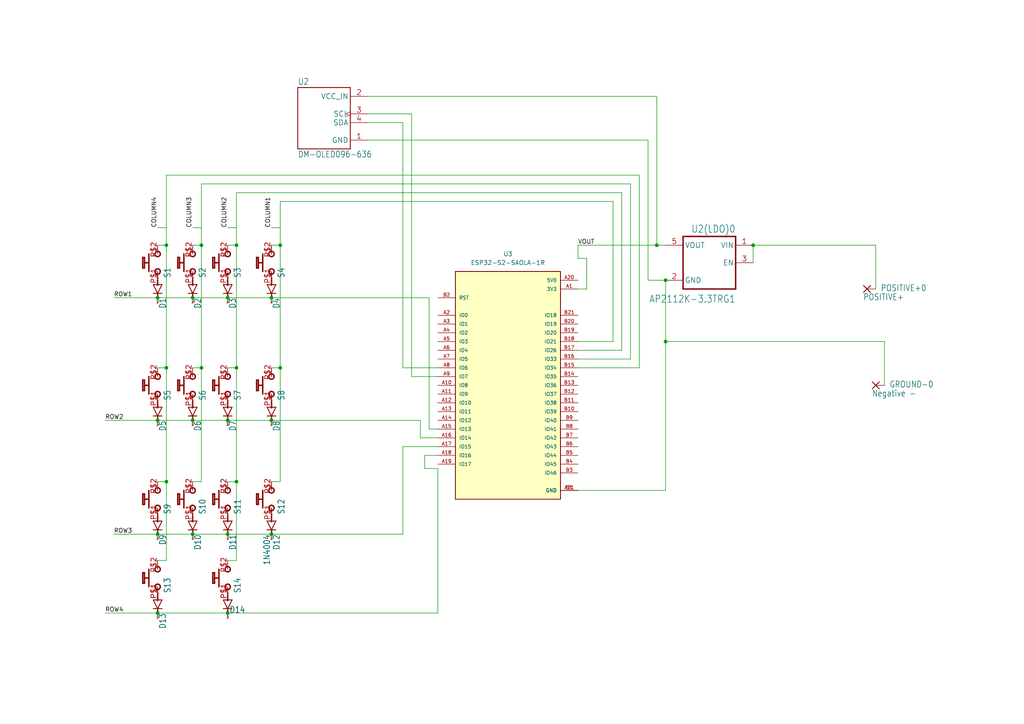
<source format=kicad_sch>
(kicad_sch
	(version 20250114)
	(generator "eeschema")
	(generator_version "9.0")
	(uuid "7c2bd04f-2f20-41a4-ac00-c357a6b92953")
	(paper "A4")
	(lib_symbols
		(symbol "ESP32-S2-SAOLA-1R:ESP32-S2-SAOLA-1R"
			(pin_names
				(offset 1.016)
			)
			(exclude_from_sim no)
			(in_bom yes)
			(on_board yes)
			(property "Reference" "U"
				(at -15.24 35.56 0)
				(effects
					(font
						(size 1.27 1.27)
					)
					(justify left top)
				)
			)
			(property "Value" "ESP32-S2-SAOLA-1R"
				(at -15.24 -35.56 0)
				(effects
					(font
						(size 1.27 1.27)
					)
					(justify left bottom)
				)
			)
			(property "Footprint" "ESP32-S2-SAOLA-1R:XCVR_ESP32-S2-SAOLA-1R"
				(at 0 0 0)
				(effects
					(font
						(size 1.27 1.27)
					)
					(justify bottom)
					(hide yes)
				)
			)
			(property "Datasheet" ""
				(at 0 0 0)
				(effects
					(font
						(size 1.27 1.27)
					)
					(hide yes)
				)
			)
			(property "Description" ""
				(at 0 0 0)
				(effects
					(font
						(size 1.27 1.27)
					)
					(hide yes)
				)
			)
			(property "MF" "Espressif Systems"
				(at 0 0 0)
				(effects
					(font
						(size 1.27 1.27)
					)
					(justify bottom)
					(hide yes)
				)
			)
			(property "Description_1" "WiFi Development Tools - 802.11 ESP32-S2 general-purpose development board, embeds ESP32-S2-WROVER-I, 4 MB flash, with pin header"
				(at 0 0 0)
				(effects
					(font
						(size 1.27 1.27)
					)
					(justify bottom)
					(hide yes)
				)
			)
			(property "Package" "None"
				(at 0 0 0)
				(effects
					(font
						(size 1.27 1.27)
					)
					(justify bottom)
					(hide yes)
				)
			)
			(property "Price" "None"
				(at 0 0 0)
				(effects
					(font
						(size 1.27 1.27)
					)
					(justify bottom)
					(hide yes)
				)
			)
			(property "Check_prices" "https://www.snapeda.com/parts/ESP32S2SAOLA1R/Espressif+Systems/view-part/?ref=eda"
				(at 0 0 0)
				(effects
					(font
						(size 1.27 1.27)
					)
					(justify bottom)
					(hide yes)
				)
			)
			(property "STANDARD" "Manufacturer Recommendations"
				(at 0 0 0)
				(effects
					(font
						(size 1.27 1.27)
					)
					(justify bottom)
					(hide yes)
				)
			)
			(property "PARTREV" "1.2"
				(at 0 0 0)
				(effects
					(font
						(size 1.27 1.27)
					)
					(justify bottom)
					(hide yes)
				)
			)
			(property "SnapEDA_Link" "https://www.snapeda.com/parts/ESP32S2SAOLA1R/Espressif+Systems/view-part/?ref=snap"
				(at 0 0 0)
				(effects
					(font
						(size 1.27 1.27)
					)
					(justify bottom)
					(hide yes)
				)
			)
			(property "MP" "ESP32S2SAOLA1R"
				(at 0 0 0)
				(effects
					(font
						(size 1.27 1.27)
					)
					(justify bottom)
					(hide yes)
				)
			)
			(property "Availability" "In Stock"
				(at 0 0 0)
				(effects
					(font
						(size 1.27 1.27)
					)
					(justify bottom)
					(hide yes)
				)
			)
			(property "MANUFACTURER" "Espressif"
				(at 0 0 0)
				(effects
					(font
						(size 1.27 1.27)
					)
					(justify bottom)
					(hide yes)
				)
			)
			(symbol "ESP32-S2-SAOLA-1R_0_0"
				(rectangle
					(start -15.24 -33.02)
					(end 15.24 33.02)
					(stroke
						(width 0.254)
						(type default)
					)
					(fill
						(type background)
					)
				)
				(pin input line
					(at -20.32 25.4 0)
					(length 5.08)
					(name "RST"
						(effects
							(font
								(size 1.016 1.016)
							)
						)
					)
					(number "B2"
						(effects
							(font
								(size 1.016 1.016)
							)
						)
					)
				)
				(pin bidirectional line
					(at -20.32 20.32 0)
					(length 5.08)
					(name "IO0"
						(effects
							(font
								(size 1.016 1.016)
							)
						)
					)
					(number "A2"
						(effects
							(font
								(size 1.016 1.016)
							)
						)
					)
				)
				(pin bidirectional line
					(at -20.32 17.78 0)
					(length 5.08)
					(name "IO1"
						(effects
							(font
								(size 1.016 1.016)
							)
						)
					)
					(number "A3"
						(effects
							(font
								(size 1.016 1.016)
							)
						)
					)
				)
				(pin bidirectional line
					(at -20.32 15.24 0)
					(length 5.08)
					(name "IO2"
						(effects
							(font
								(size 1.016 1.016)
							)
						)
					)
					(number "A4"
						(effects
							(font
								(size 1.016 1.016)
							)
						)
					)
				)
				(pin bidirectional line
					(at -20.32 12.7 0)
					(length 5.08)
					(name "IO3"
						(effects
							(font
								(size 1.016 1.016)
							)
						)
					)
					(number "A5"
						(effects
							(font
								(size 1.016 1.016)
							)
						)
					)
				)
				(pin bidirectional line
					(at -20.32 10.16 0)
					(length 5.08)
					(name "IO4"
						(effects
							(font
								(size 1.016 1.016)
							)
						)
					)
					(number "A6"
						(effects
							(font
								(size 1.016 1.016)
							)
						)
					)
				)
				(pin bidirectional line
					(at -20.32 7.62 0)
					(length 5.08)
					(name "IO5"
						(effects
							(font
								(size 1.016 1.016)
							)
						)
					)
					(number "A7"
						(effects
							(font
								(size 1.016 1.016)
							)
						)
					)
				)
				(pin bidirectional line
					(at -20.32 5.08 0)
					(length 5.08)
					(name "IO6"
						(effects
							(font
								(size 1.016 1.016)
							)
						)
					)
					(number "A8"
						(effects
							(font
								(size 1.016 1.016)
							)
						)
					)
				)
				(pin bidirectional line
					(at -20.32 2.54 0)
					(length 5.08)
					(name "IO7"
						(effects
							(font
								(size 1.016 1.016)
							)
						)
					)
					(number "A9"
						(effects
							(font
								(size 1.016 1.016)
							)
						)
					)
				)
				(pin bidirectional line
					(at -20.32 0 0)
					(length 5.08)
					(name "IO8"
						(effects
							(font
								(size 1.016 1.016)
							)
						)
					)
					(number "A10"
						(effects
							(font
								(size 1.016 1.016)
							)
						)
					)
				)
				(pin bidirectional line
					(at -20.32 -2.54 0)
					(length 5.08)
					(name "IO9"
						(effects
							(font
								(size 1.016 1.016)
							)
						)
					)
					(number "A11"
						(effects
							(font
								(size 1.016 1.016)
							)
						)
					)
				)
				(pin bidirectional line
					(at -20.32 -5.08 0)
					(length 5.08)
					(name "IO10"
						(effects
							(font
								(size 1.016 1.016)
							)
						)
					)
					(number "A12"
						(effects
							(font
								(size 1.016 1.016)
							)
						)
					)
				)
				(pin bidirectional line
					(at -20.32 -7.62 0)
					(length 5.08)
					(name "IO11"
						(effects
							(font
								(size 1.016 1.016)
							)
						)
					)
					(number "A13"
						(effects
							(font
								(size 1.016 1.016)
							)
						)
					)
				)
				(pin bidirectional line
					(at -20.32 -10.16 0)
					(length 5.08)
					(name "IO12"
						(effects
							(font
								(size 1.016 1.016)
							)
						)
					)
					(number "A14"
						(effects
							(font
								(size 1.016 1.016)
							)
						)
					)
				)
				(pin bidirectional line
					(at -20.32 -12.7 0)
					(length 5.08)
					(name "IO13"
						(effects
							(font
								(size 1.016 1.016)
							)
						)
					)
					(number "A15"
						(effects
							(font
								(size 1.016 1.016)
							)
						)
					)
				)
				(pin bidirectional line
					(at -20.32 -15.24 0)
					(length 5.08)
					(name "IO14"
						(effects
							(font
								(size 1.016 1.016)
							)
						)
					)
					(number "A16"
						(effects
							(font
								(size 1.016 1.016)
							)
						)
					)
				)
				(pin bidirectional line
					(at -20.32 -17.78 0)
					(length 5.08)
					(name "IO15"
						(effects
							(font
								(size 1.016 1.016)
							)
						)
					)
					(number "A17"
						(effects
							(font
								(size 1.016 1.016)
							)
						)
					)
				)
				(pin bidirectional line
					(at -20.32 -20.32 0)
					(length 5.08)
					(name "IO16"
						(effects
							(font
								(size 1.016 1.016)
							)
						)
					)
					(number "A18"
						(effects
							(font
								(size 1.016 1.016)
							)
						)
					)
				)
				(pin bidirectional line
					(at -20.32 -22.86 0)
					(length 5.08)
					(name "IO17"
						(effects
							(font
								(size 1.016 1.016)
							)
						)
					)
					(number "A19"
						(effects
							(font
								(size 1.016 1.016)
							)
						)
					)
				)
				(pin power_in line
					(at 20.32 30.48 180)
					(length 5.08)
					(name "5V0"
						(effects
							(font
								(size 1.016 1.016)
							)
						)
					)
					(number "A20"
						(effects
							(font
								(size 1.016 1.016)
							)
						)
					)
				)
				(pin power_in line
					(at 20.32 27.94 180)
					(length 5.08)
					(name "3V3"
						(effects
							(font
								(size 1.016 1.016)
							)
						)
					)
					(number "A1"
						(effects
							(font
								(size 1.016 1.016)
							)
						)
					)
				)
				(pin bidirectional line
					(at 20.32 20.32 180)
					(length 5.08)
					(name "IO18"
						(effects
							(font
								(size 1.016 1.016)
							)
						)
					)
					(number "B21"
						(effects
							(font
								(size 1.016 1.016)
							)
						)
					)
				)
				(pin bidirectional line
					(at 20.32 17.78 180)
					(length 5.08)
					(name "IO19"
						(effects
							(font
								(size 1.016 1.016)
							)
						)
					)
					(number "B20"
						(effects
							(font
								(size 1.016 1.016)
							)
						)
					)
				)
				(pin bidirectional line
					(at 20.32 15.24 180)
					(length 5.08)
					(name "IO20"
						(effects
							(font
								(size 1.016 1.016)
							)
						)
					)
					(number "B19"
						(effects
							(font
								(size 1.016 1.016)
							)
						)
					)
				)
				(pin bidirectional line
					(at 20.32 12.7 180)
					(length 5.08)
					(name "IO21"
						(effects
							(font
								(size 1.016 1.016)
							)
						)
					)
					(number "B18"
						(effects
							(font
								(size 1.016 1.016)
							)
						)
					)
				)
				(pin bidirectional line
					(at 20.32 10.16 180)
					(length 5.08)
					(name "IO26"
						(effects
							(font
								(size 1.016 1.016)
							)
						)
					)
					(number "B17"
						(effects
							(font
								(size 1.016 1.016)
							)
						)
					)
				)
				(pin bidirectional line
					(at 20.32 7.62 180)
					(length 5.08)
					(name "IO33"
						(effects
							(font
								(size 1.016 1.016)
							)
						)
					)
					(number "B16"
						(effects
							(font
								(size 1.016 1.016)
							)
						)
					)
				)
				(pin bidirectional line
					(at 20.32 5.08 180)
					(length 5.08)
					(name "IO34"
						(effects
							(font
								(size 1.016 1.016)
							)
						)
					)
					(number "B15"
						(effects
							(font
								(size 1.016 1.016)
							)
						)
					)
				)
				(pin bidirectional line
					(at 20.32 2.54 180)
					(length 5.08)
					(name "IO35"
						(effects
							(font
								(size 1.016 1.016)
							)
						)
					)
					(number "B14"
						(effects
							(font
								(size 1.016 1.016)
							)
						)
					)
				)
				(pin bidirectional line
					(at 20.32 0 180)
					(length 5.08)
					(name "IO36"
						(effects
							(font
								(size 1.016 1.016)
							)
						)
					)
					(number "B13"
						(effects
							(font
								(size 1.016 1.016)
							)
						)
					)
				)
				(pin bidirectional line
					(at 20.32 -2.54 180)
					(length 5.08)
					(name "IO37"
						(effects
							(font
								(size 1.016 1.016)
							)
						)
					)
					(number "B12"
						(effects
							(font
								(size 1.016 1.016)
							)
						)
					)
				)
				(pin bidirectional line
					(at 20.32 -5.08 180)
					(length 5.08)
					(name "IO38"
						(effects
							(font
								(size 1.016 1.016)
							)
						)
					)
					(number "B11"
						(effects
							(font
								(size 1.016 1.016)
							)
						)
					)
				)
				(pin bidirectional line
					(at 20.32 -7.62 180)
					(length 5.08)
					(name "IO39"
						(effects
							(font
								(size 1.016 1.016)
							)
						)
					)
					(number "B10"
						(effects
							(font
								(size 1.016 1.016)
							)
						)
					)
				)
				(pin bidirectional line
					(at 20.32 -10.16 180)
					(length 5.08)
					(name "IO40"
						(effects
							(font
								(size 1.016 1.016)
							)
						)
					)
					(number "B9"
						(effects
							(font
								(size 1.016 1.016)
							)
						)
					)
				)
				(pin bidirectional line
					(at 20.32 -12.7 180)
					(length 5.08)
					(name "IO41"
						(effects
							(font
								(size 1.016 1.016)
							)
						)
					)
					(number "B8"
						(effects
							(font
								(size 1.016 1.016)
							)
						)
					)
				)
				(pin bidirectional line
					(at 20.32 -15.24 180)
					(length 5.08)
					(name "IO42"
						(effects
							(font
								(size 1.016 1.016)
							)
						)
					)
					(number "B7"
						(effects
							(font
								(size 1.016 1.016)
							)
						)
					)
				)
				(pin bidirectional line
					(at 20.32 -17.78 180)
					(length 5.08)
					(name "IO43"
						(effects
							(font
								(size 1.016 1.016)
							)
						)
					)
					(number "B6"
						(effects
							(font
								(size 1.016 1.016)
							)
						)
					)
				)
				(pin bidirectional line
					(at 20.32 -20.32 180)
					(length 5.08)
					(name "IO44"
						(effects
							(font
								(size 1.016 1.016)
							)
						)
					)
					(number "B5"
						(effects
							(font
								(size 1.016 1.016)
							)
						)
					)
				)
				(pin bidirectional line
					(at 20.32 -22.86 180)
					(length 5.08)
					(name "IO45"
						(effects
							(font
								(size 1.016 1.016)
							)
						)
					)
					(number "B4"
						(effects
							(font
								(size 1.016 1.016)
							)
						)
					)
				)
				(pin input line
					(at 20.32 -25.4 180)
					(length 5.08)
					(name "IO46"
						(effects
							(font
								(size 1.016 1.016)
							)
						)
					)
					(number "B3"
						(effects
							(font
								(size 1.016 1.016)
							)
						)
					)
				)
				(pin power_in line
					(at 20.32 -30.48 180)
					(length 5.08)
					(name "GND"
						(effects
							(font
								(size 1.016 1.016)
							)
						)
					)
					(number "A21"
						(effects
							(font
								(size 1.016 1.016)
							)
						)
					)
				)
				(pin power_in line
					(at 20.32 -30.48 180)
					(length 5.08)
					(name "GND"
						(effects
							(font
								(size 1.016 1.016)
							)
						)
					)
					(number "B1"
						(effects
							(font
								(size 1.016 1.016)
							)
						)
					)
				)
			)
			(embedded_fonts no)
		)
		(symbol "Mini-Keyboard-eagle-import:1N4004"
			(exclude_from_sim no)
			(in_bom yes)
			(on_board yes)
			(property "Reference" "D"
				(at 2.54 0.4826 0)
				(effects
					(font
						(size 1.778 1.5113)
					)
					(justify left bottom)
				)
			)
			(property "Value" ""
				(at 2.54 -2.3114 0)
				(effects
					(font
						(size 1.778 1.5113)
					)
					(justify left bottom)
				)
			)
			(property "Footprint" "Mini-Keyboard:DO41-10"
				(at 0 0 0)
				(effects
					(font
						(size 1.27 1.27)
					)
					(hide yes)
				)
			)
			(property "Datasheet" ""
				(at 0 0 0)
				(effects
					(font
						(size 1.27 1.27)
					)
					(hide yes)
				)
			)
			(property "Description" "DIODE\n\ngeneral purpose rectifier, 1 A"
				(at 0 0 0)
				(effects
					(font
						(size 1.27 1.27)
					)
					(hide yes)
				)
			)
			(property "ki_locked" ""
				(at 0 0 0)
				(effects
					(font
						(size 1.27 1.27)
					)
				)
			)
			(symbol "1N4004_1_0"
				(polyline
					(pts
						(xy -1.27 1.27) (xy -1.27 0)
					)
					(stroke
						(width 0.254)
						(type solid)
					)
					(fill
						(type none)
					)
				)
				(polyline
					(pts
						(xy -1.27 0) (xy -2.54 0)
					)
					(stroke
						(width 0.254)
						(type solid)
					)
					(fill
						(type none)
					)
				)
				(polyline
					(pts
						(xy -1.27 0) (xy -1.27 -1.27)
					)
					(stroke
						(width 0.254)
						(type solid)
					)
					(fill
						(type none)
					)
				)
				(polyline
					(pts
						(xy -1.27 -1.27) (xy 1.27 0)
					)
					(stroke
						(width 0.254)
						(type solid)
					)
					(fill
						(type none)
					)
				)
				(polyline
					(pts
						(xy 1.27 1.27) (xy 1.27 0)
					)
					(stroke
						(width 0.254)
						(type solid)
					)
					(fill
						(type none)
					)
				)
				(polyline
					(pts
						(xy 1.27 0) (xy -1.27 1.27)
					)
					(stroke
						(width 0.254)
						(type solid)
					)
					(fill
						(type none)
					)
				)
				(polyline
					(pts
						(xy 1.27 0) (xy 1.27 -1.27)
					)
					(stroke
						(width 0.254)
						(type solid)
					)
					(fill
						(type none)
					)
				)
				(polyline
					(pts
						(xy 2.54 0) (xy 1.27 0)
					)
					(stroke
						(width 0.254)
						(type solid)
					)
					(fill
						(type none)
					)
				)
				(text "SpiceOrder 1"
					(at -2.54 0 0)
					(effects
						(font
							(size 0.4064 0.3454)
						)
					)
				)
				(text "SpiceOrder 2"
					(at 2.54 0 0)
					(effects
						(font
							(size 0.4064 0.3454)
						)
					)
				)
				(pin passive line
					(at -2.54 0 0)
					(length 0)
					(name "A"
						(effects
							(font
								(size 0 0)
							)
						)
					)
					(number "A"
						(effects
							(font
								(size 0 0)
							)
						)
					)
				)
				(pin passive line
					(at 2.54 0 180)
					(length 0)
					(name "C"
						(effects
							(font
								(size 0 0)
							)
						)
					)
					(number "C"
						(effects
							(font
								(size 0 0)
							)
						)
					)
				)
			)
			(embedded_fonts no)
		)
		(symbol "Mini-Keyboard-eagle-import:AP2112K-3.3TRG1"
			(exclude_from_sim no)
			(in_bom yes)
			(on_board yes)
			(property "Reference" "U"
				(at -7.6629 8.6476 0)
				(effects
					(font
						(size 2.0894 1.7759)
					)
					(justify left bottom)
				)
			)
			(property "Value" ""
				(at -7.6489 -11.6507 0)
				(effects
					(font
						(size 2.0883 1.775)
					)
					(justify left bottom)
				)
			)
			(property "Footprint" "Mini-Keyboard:SOT95P285X140-5N"
				(at 0 0 0)
				(effects
					(font
						(size 1.27 1.27)
					)
					(hide yes)
				)
			)
			(property "Datasheet" ""
				(at 0 0 0)
				(effects
					(font
						(size 1.27 1.27)
					)
					(hide yes)
				)
			)
			(property "Description" "https://pricing.snapeda.com/parts/AP2112K-3.3TRG1/Diodes%20Inc./view-part?ref=eda Check availability"
				(at 0 0 0)
				(effects
					(font
						(size 1.27 1.27)
					)
					(hide yes)
				)
			)
			(property "ki_locked" ""
				(at 0 0 0)
				(effects
					(font
						(size 1.27 1.27)
					)
				)
			)
			(symbol "AP2112K-3.3TRG1_1_0"
				(polyline
					(pts
						(xy -7.62 7.62) (xy 7.62 7.62)
					)
					(stroke
						(width 0.41)
						(type solid)
					)
					(fill
						(type none)
					)
				)
				(polyline
					(pts
						(xy -7.62 -7.62) (xy -7.62 7.62)
					)
					(stroke
						(width 0.41)
						(type solid)
					)
					(fill
						(type none)
					)
				)
				(polyline
					(pts
						(xy 7.62 7.62) (xy 7.62 -7.62)
					)
					(stroke
						(width 0.41)
						(type solid)
					)
					(fill
						(type none)
					)
				)
				(polyline
					(pts
						(xy 7.62 -7.62) (xy -7.62 -7.62)
					)
					(stroke
						(width 0.41)
						(type solid)
					)
					(fill
						(type none)
					)
				)
				(pin power_in line
					(at -12.7 5.08 0)
					(length 5.08)
					(name "VIN"
						(effects
							(font
								(size 1.524 1.524)
							)
						)
					)
					(number "1"
						(effects
							(font
								(size 1.524 1.524)
							)
						)
					)
				)
				(pin input line
					(at -12.7 0 0)
					(length 5.08)
					(name "EN"
						(effects
							(font
								(size 1.524 1.524)
							)
						)
					)
					(number "3"
						(effects
							(font
								(size 1.524 1.524)
							)
						)
					)
				)
				(pin power_in line
					(at 12.7 5.08 180)
					(length 5.08)
					(name "VOUT"
						(effects
							(font
								(size 1.524 1.524)
							)
						)
					)
					(number "5"
						(effects
							(font
								(size 1.524 1.524)
							)
						)
					)
				)
				(pin power_in line
					(at 12.7 -5.08 180)
					(length 5.08)
					(name "GND"
						(effects
							(font
								(size 1.524 1.524)
							)
						)
					)
					(number "2"
						(effects
							(font
								(size 1.524 1.524)
							)
						)
					)
				)
			)
			(embedded_fonts no)
		)
		(symbol "Mini-Keyboard-eagle-import:DM-OLED096-636"
			(exclude_from_sim no)
			(in_bom yes)
			(on_board yes)
			(property "Reference" "U"
				(at -7.62 10.922 0)
				(effects
					(font
						(size 1.778 1.5113)
					)
					(justify left bottom)
				)
			)
			(property "Value" ""
				(at -7.62 -10.16 0)
				(effects
					(font
						(size 1.778 1.5113)
					)
					(justify left bottom)
				)
			)
			(property "Footprint" "Mini-Keyboard:MODULE_DM-OLED096-636"
				(at 0 0 0)
				(effects
					(font
						(size 1.27 1.27)
					)
					(hide yes)
				)
			)
			(property "Datasheet" ""
				(at 0 0 0)
				(effects
					(font
						(size 1.27 1.27)
					)
					(hide yes)
				)
			)
			(property "Description" "https://pricing.snapeda.com/parts/DM-OLED096-636/Display%20Module/view-part?ref=eda Check availability"
				(at 0 0 0)
				(effects
					(font
						(size 1.27 1.27)
					)
					(hide yes)
				)
			)
			(property "ki_locked" ""
				(at 0 0 0)
				(effects
					(font
						(size 1.27 1.27)
					)
				)
			)
			(symbol "DM-OLED096-636_1_0"
				(polyline
					(pts
						(xy -7.62 10.16) (xy -7.62 -7.62)
					)
					(stroke
						(width 0.254)
						(type solid)
					)
					(fill
						(type none)
					)
				)
				(polyline
					(pts
						(xy -7.62 -7.62) (xy 7.62 -7.62)
					)
					(stroke
						(width 0.254)
						(type solid)
					)
					(fill
						(type none)
					)
				)
				(polyline
					(pts
						(xy 7.62 10.16) (xy -7.62 10.16)
					)
					(stroke
						(width 0.254)
						(type solid)
					)
					(fill
						(type none)
					)
				)
				(polyline
					(pts
						(xy 7.62 -7.62) (xy 7.62 10.16)
					)
					(stroke
						(width 0.254)
						(type solid)
					)
					(fill
						(type none)
					)
				)
				(pin power_in line
					(at 12.7 7.62 180)
					(length 5.08)
					(name "VCC_IN"
						(effects
							(font
								(size 1.524 1.524)
							)
						)
					)
					(number "2"
						(effects
							(font
								(size 1.524 1.524)
							)
						)
					)
				)
				(pin input clock
					(at 12.7 2.54 180)
					(length 5.08)
					(name "SCL"
						(effects
							(font
								(size 1.524 1.524)
							)
						)
					)
					(number "3"
						(effects
							(font
								(size 1.524 1.524)
							)
						)
					)
				)
				(pin bidirectional line
					(at 12.7 0 180)
					(length 5.08)
					(name "SDA"
						(effects
							(font
								(size 1.524 1.524)
							)
						)
					)
					(number "4"
						(effects
							(font
								(size 1.524 1.524)
							)
						)
					)
				)
				(pin power_in line
					(at 12.7 -5.08 180)
					(length 5.08)
					(name "GND"
						(effects
							(font
								(size 1.524 1.524)
							)
						)
					)
					(number "1"
						(effects
							(font
								(size 1.524 1.524)
							)
						)
					)
				)
			)
			(embedded_fonts no)
		)
		(symbol "Mini-Keyboard-eagle-import:MX1A-11NN"
			(exclude_from_sim no)
			(in_bom yes)
			(on_board yes)
			(property "Reference" ""
				(at -4.445 -3.81 0)
				(effects
					(font
						(size 1.778 1.5113)
					)
					(justify left bottom)
				)
			)
			(property "Value" ""
				(at 0 0 0)
				(effects
					(font
						(size 1.27 1.27)
					)
					(hide yes)
				)
			)
			(property "Footprint" "Mini-Keyboard:CHERRY_MX1A-11NN_SWITCH"
				(at 0 0 0)
				(effects
					(font
						(size 1.27 1.27)
					)
					(hide yes)
				)
			)
			(property "Datasheet" ""
				(at 0 0 0)
				(effects
					(font
						(size 1.27 1.27)
					)
					(hide yes)
				)
			)
			(property "Description" "https://pricing.snapeda.com/parts/MX1A-11NN/Cherry/view-part?ref=eda Check availability"
				(at 0 0 0)
				(effects
					(font
						(size 1.27 1.27)
					)
					(hide yes)
				)
			)
			(property "ki_locked" ""
				(at 0 0 0)
				(effects
					(font
						(size 1.27 1.27)
					)
				)
			)
			(symbol "MX1A-11NN_1_0"
				(polyline
					(pts
						(xy -2.54 2.54) (xy 0 2.54)
					)
					(stroke
						(width 0.4064)
						(type solid)
					)
					(fill
						(type none)
					)
				)
				(circle
					(center -2.54 0)
					(radius 0.762)
					(stroke
						(width 0.4064)
						(type solid)
					)
					(fill
						(type none)
					)
				)
				(polyline
					(pts
						(xy -1.524 4.318) (xy 1.524 4.318)
					)
					(stroke
						(width 0.4064)
						(type solid)
					)
					(fill
						(type none)
					)
				)
				(polyline
					(pts
						(xy -1.524 3.81) (xy -1.524 4.318)
					)
					(stroke
						(width 0.4064)
						(type solid)
					)
					(fill
						(type none)
					)
				)
				(polyline
					(pts
						(xy 0 3.81) (xy -1.524 3.81)
					)
					(stroke
						(width 0.4064)
						(type solid)
					)
					(fill
						(type none)
					)
				)
				(polyline
					(pts
						(xy 0 2.54) (xy 0 3.81)
					)
					(stroke
						(width 0.4064)
						(type solid)
					)
					(fill
						(type none)
					)
				)
				(polyline
					(pts
						(xy 1.524 4.318) (xy 1.524 3.81)
					)
					(stroke
						(width 0.4064)
						(type solid)
					)
					(fill
						(type none)
					)
				)
				(polyline
					(pts
						(xy 1.524 3.81) (xy 0.254 3.81)
					)
					(stroke
						(width 0.4064)
						(type solid)
					)
					(fill
						(type none)
					)
				)
				(polyline
					(pts
						(xy 2.54 2.54) (xy 0 2.54)
					)
					(stroke
						(width 0.4064)
						(type solid)
					)
					(fill
						(type none)
					)
				)
				(circle
					(center 2.54 0)
					(radius 0.762)
					(stroke
						(width 0.4064)
						(type solid)
					)
					(fill
						(type none)
					)
				)
				(pin passive line
					(at -5.08 0 0)
					(length 2.54)
					(name "P"
						(effects
							(font
								(size 0 0)
							)
						)
					)
					(number "P$1"
						(effects
							(font
								(size 1.524 1.524)
							)
						)
					)
				)
				(pin passive line
					(at 5.08 0 180)
					(length 2.54)
					(name "S"
						(effects
							(font
								(size 0 0)
							)
						)
					)
					(number "P$2"
						(effects
							(font
								(size 1.524 1.524)
							)
						)
					)
				)
			)
			(embedded_fonts no)
		)
		(symbol "Mini-Keyboard-eagle-import:SMD5"
			(exclude_from_sim no)
			(in_bom yes)
			(on_board yes)
			(property "Reference" "PAD"
				(at -1.143 1.8542 0)
				(effects
					(font
						(size 1.778 1.5113)
					)
					(justify left bottom)
				)
			)
			(property "Value" ""
				(at -1.143 -3.302 0)
				(effects
					(font
						(size 1.778 1.5113)
					)
					(justify left bottom)
				)
			)
			(property "Footprint" "Mini-Keyboard:SMD2,54-5,08"
				(at 0 0 0)
				(effects
					(font
						(size 1.27 1.27)
					)
					(hide yes)
				)
			)
			(property "Datasheet" ""
				(at 0 0 0)
				(effects
					(font
						(size 1.27 1.27)
					)
					(hide yes)
				)
			)
			(property "Description" "SMD PAD"
				(at 0 0 0)
				(effects
					(font
						(size 1.27 1.27)
					)
					(hide yes)
				)
			)
			(property "ki_locked" ""
				(at 0 0 0)
				(effects
					(font
						(size 1.27 1.27)
					)
				)
			)
			(symbol "SMD5_1_0"
				(polyline
					(pts
						(xy -1.016 1.016) (xy 1.016 -1.016)
					)
					(stroke
						(width 0.254)
						(type solid)
					)
					(fill
						(type none)
					)
				)
				(polyline
					(pts
						(xy -1.016 -1.016) (xy 1.016 1.016)
					)
					(stroke
						(width 0.254)
						(type solid)
					)
					(fill
						(type none)
					)
				)
				(pin passive line
					(at 2.54 0 180)
					(length 2.54)
					(name "P"
						(effects
							(font
								(size 0 0)
							)
						)
					)
					(number "1"
						(effects
							(font
								(size 0 0)
							)
						)
					)
				)
			)
			(embedded_fonts no)
		)
	)
	(junction
		(at 193.04 81.28)
		(diameter 0)
		(color 0 0 0 0)
		(uuid "2326c9ed-22fe-4677-83a9-f825b8e4cedb")
	)
	(junction
		(at 48.26 106.68)
		(diameter 0)
		(color 0 0 0 0)
		(uuid "2597d24f-fdc4-48b4-85c3-5b4306fac4f8")
	)
	(junction
		(at 45.72 121.92)
		(diameter 0)
		(color 0 0 0 0)
		(uuid "295bbff7-4bf6-4ad9-a33a-78ea8043f978")
	)
	(junction
		(at 55.88 154.94)
		(diameter 0)
		(color 0 0 0 0)
		(uuid "39440d52-a6ab-4ac0-9778-f4423a8e6739")
	)
	(junction
		(at 68.58 106.68)
		(diameter 0)
		(color 0 0 0 0)
		(uuid "423a172c-f66e-4b77-abbc-a9468b3626fe")
	)
	(junction
		(at 218.44 71.12)
		(diameter 0)
		(color 0 0 0 0)
		(uuid "44d5c662-1af0-4546-b674-b5950b2528f7")
	)
	(junction
		(at 81.28 106.68)
		(diameter 0)
		(color 0 0 0 0)
		(uuid "45dc848c-01eb-4637-aea3-2188335e93e4")
	)
	(junction
		(at 58.42 106.68)
		(diameter 0)
		(color 0 0 0 0)
		(uuid "4bdbb16a-5b21-463c-b919-6164e07870a9")
	)
	(junction
		(at 81.28 71.12)
		(diameter 0)
		(color 0 0 0 0)
		(uuid "5088b240-656f-4bd6-b030-f8b8ab691b02")
	)
	(junction
		(at 48.26 71.12)
		(diameter 0)
		(color 0 0 0 0)
		(uuid "6bb6eb1e-4459-4ed0-b034-e4a01032916b")
	)
	(junction
		(at 78.74 121.92)
		(diameter 0)
		(color 0 0 0 0)
		(uuid "712cc433-4813-468d-9194-71a4a0243fae")
	)
	(junction
		(at 193.04 99.06)
		(diameter 0)
		(color 0 0 0 0)
		(uuid "7d93f424-0dc4-46a4-b52c-e11cfbb54be2")
	)
	(junction
		(at 68.58 139.7)
		(diameter 0)
		(color 0 0 0 0)
		(uuid "7ef1a37c-0d5d-451f-bb7f-4f5c74e9c580")
	)
	(junction
		(at 78.74 154.94)
		(diameter 0)
		(color 0 0 0 0)
		(uuid "935bac97-91d1-474d-9b84-0b82848f1c78")
	)
	(junction
		(at 66.04 121.92)
		(diameter 0)
		(color 0 0 0 0)
		(uuid "ab1197e6-f514-4401-9ba3-4773802b568f")
	)
	(junction
		(at 45.72 154.94)
		(diameter 0)
		(color 0 0 0 0)
		(uuid "b0ea93d5-a208-4a22-9e24-e1050411515e")
	)
	(junction
		(at 78.74 86.36)
		(diameter 0)
		(color 0 0 0 0)
		(uuid "b7f66df4-bdbb-4388-a836-b4aaaebb6b9c")
	)
	(junction
		(at 66.04 86.36)
		(diameter 0)
		(color 0 0 0 0)
		(uuid "cdca06f1-12fd-4043-82f5-e166bfc17395")
	)
	(junction
		(at 45.72 177.8)
		(diameter 0)
		(color 0 0 0 0)
		(uuid "d3bc861f-c46b-4289-bf85-6e2bb093f09a")
	)
	(junction
		(at 66.04 177.8)
		(diameter 0)
		(color 0 0 0 0)
		(uuid "d53192d1-b9ac-431d-9193-b9fc1fa4b845")
	)
	(junction
		(at 190.5 71.12)
		(diameter 0)
		(color 0 0 0 0)
		(uuid "de5a22c7-f40a-4474-8b22-4a6c7dc8292a")
	)
	(junction
		(at 55.88 86.36)
		(diameter 0)
		(color 0 0 0 0)
		(uuid "e01d11e5-417e-4590-a487-48915b129814")
	)
	(junction
		(at 45.72 86.36)
		(diameter 0)
		(color 0 0 0 0)
		(uuid "e17aaaa2-6ffb-4e58-b41e-3f79f5e4ea3a")
	)
	(junction
		(at 66.04 154.94)
		(diameter 0)
		(color 0 0 0 0)
		(uuid "e724e536-380f-49fd-86b5-285c80e01f21")
	)
	(junction
		(at 48.26 139.7)
		(diameter 0)
		(color 0 0 0 0)
		(uuid "e75cab03-fa8c-452a-89a3-288db23ad14d")
	)
	(junction
		(at 55.88 121.92)
		(diameter 0)
		(color 0 0 0 0)
		(uuid "f11c791d-de58-4109-ae67-76a050c43a46")
	)
	(junction
		(at 68.58 71.12)
		(diameter 0)
		(color 0 0 0 0)
		(uuid "f23b23a5-1a5a-41ba-851d-24738d802f4a")
	)
	(junction
		(at 58.42 71.12)
		(diameter 0)
		(color 0 0 0 0)
		(uuid "ff03f2be-a29e-481f-abc1-3e8cb1709bb2")
	)
	(wire
		(pts
			(xy 167.64 83.82) (xy 170.18 83.82)
		)
		(stroke
			(width 0)
			(type default)
		)
		(uuid "00ed1150-2334-46d3-a756-1634da494bf9")
	)
	(wire
		(pts
			(xy 182.88 104.14) (xy 167.64 104.14)
		)
		(stroke
			(width 0.1524)
			(type solid)
		)
		(uuid "07edbfa8-0b29-41bc-be47-83388e27ae8c")
	)
	(wire
		(pts
			(xy 116.84 106.68) (xy 127 106.68)
		)
		(stroke
			(width 0.1524)
			(type solid)
		)
		(uuid "0a8b9f4e-a9a5-40b1-8dce-db84e9449329")
	)
	(wire
		(pts
			(xy 167.64 74.93) (xy 167.64 71.12)
		)
		(stroke
			(width 0)
			(type default)
		)
		(uuid "0d1ba790-3c16-4fdb-a52e-7900da2c62c4")
	)
	(wire
		(pts
			(xy 170.18 74.93) (xy 167.64 74.93)
		)
		(stroke
			(width 0)
			(type default)
		)
		(uuid "0e2ba5a3-8698-49fa-a8f2-915aab076d30")
	)
	(wire
		(pts
			(xy 66.04 66.04) (xy 68.58 66.04)
		)
		(stroke
			(width 0.1524)
			(type solid)
		)
		(uuid "120754d0-5e14-4ab7-9fa7-464ea55454cf")
	)
	(wire
		(pts
			(xy 78.74 121.92) (xy 121.92 121.92)
		)
		(stroke
			(width 0.1524)
			(type solid)
		)
		(uuid "1413ecd3-3894-4e83-b670-9a75d5559f3b")
	)
	(wire
		(pts
			(xy 256.54 111.76) (xy 256.54 99.06)
		)
		(stroke
			(width 0.1524)
			(type solid)
		)
		(uuid "1532c743-a52a-450f-8db9-fb7b2ef25f2a")
	)
	(wire
		(pts
			(xy 81.28 139.7) (xy 78.74 139.7)
		)
		(stroke
			(width 0.1524)
			(type solid)
		)
		(uuid "1800b2be-b063-457c-a277-9c4c891833c6")
	)
	(wire
		(pts
			(xy 106.68 27.94) (xy 190.5 27.94)
		)
		(stroke
			(width 0.1524)
			(type solid)
		)
		(uuid "1b8fa075-0fae-44f3-bbf2-07b1e4fd9800")
	)
	(wire
		(pts
			(xy 66.04 86.36) (xy 78.74 86.36)
		)
		(stroke
			(width 0.1524)
			(type solid)
		)
		(uuid "1bca680c-f30a-41d6-b387-c2614c406797")
	)
	(wire
		(pts
			(xy 55.88 106.68) (xy 58.42 106.68)
		)
		(stroke
			(width 0.1524)
			(type solid)
		)
		(uuid "1d4b88c6-a67f-4610-b2a7-d2adae29119e")
	)
	(wire
		(pts
			(xy 106.68 35.56) (xy 116.84 35.56)
		)
		(stroke
			(width 0.1524)
			(type solid)
		)
		(uuid "1e8bff9e-8325-442e-938b-ac44cb5879e1")
	)
	(wire
		(pts
			(xy 58.42 139.7) (xy 55.88 139.7)
		)
		(stroke
			(width 0.1524)
			(type solid)
		)
		(uuid "226454f4-948b-4e0d-b029-e1a42d84ef20")
	)
	(wire
		(pts
			(xy 187.96 40.64) (xy 187.96 81.28)
		)
		(stroke
			(width 0.1524)
			(type solid)
		)
		(uuid "229f3b19-0aa3-4ec7-8096-f4364d2159cb")
	)
	(wire
		(pts
			(xy 66.04 71.12) (xy 68.58 71.12)
		)
		(stroke
			(width 0.1524)
			(type solid)
		)
		(uuid "280e452a-8403-48c3-8c9c-3998c8b0feee")
	)
	(wire
		(pts
			(xy 127 177.8) (xy 127 135.89)
		)
		(stroke
			(width 0.1524)
			(type solid)
		)
		(uuid "2c9e110e-df88-4ea4-8d8d-675a0e441352")
	)
	(wire
		(pts
			(xy 193.04 142.24) (xy 193.04 99.06)
		)
		(stroke
			(width 0.1524)
			(type solid)
		)
		(uuid "2ceab507-6b9f-437c-8147-d3d3d6d941ea")
	)
	(wire
		(pts
			(xy 48.26 50.8) (xy 185.42 50.8)
		)
		(stroke
			(width 0.1524)
			(type solid)
		)
		(uuid "34567bfc-f706-4957-96c6-64fe2fec6c91")
	)
	(wire
		(pts
			(xy 30.48 121.92) (xy 45.72 121.92)
		)
		(stroke
			(width 0.1524)
			(type solid)
		)
		(uuid "352846e4-ab2e-49c3-ad01-5e892e9e7b2e")
	)
	(wire
		(pts
			(xy 45.72 139.7) (xy 48.26 139.7)
		)
		(stroke
			(width 0.1524)
			(type solid)
		)
		(uuid "3892d187-28ed-4d8c-97b9-ac3aafb40081")
	)
	(wire
		(pts
			(xy 78.74 86.36) (xy 124.46 86.36)
		)
		(stroke
			(width 0.1524)
			(type solid)
		)
		(uuid "43ada16e-e467-479a-a8e4-559744bd93c5")
	)
	(wire
		(pts
			(xy 66.04 139.7) (xy 68.58 139.7)
		)
		(stroke
			(width 0.1524)
			(type solid)
		)
		(uuid "47184615-7a7f-4879-87f8-0f88a0681434")
	)
	(wire
		(pts
			(xy 45.72 106.68) (xy 48.26 106.68)
		)
		(stroke
			(width 0.1524)
			(type solid)
		)
		(uuid "47c5b5be-1bc2-406c-9a07-08ad290c0258")
	)
	(wire
		(pts
			(xy 187.96 81.28) (xy 193.04 81.28)
		)
		(stroke
			(width 0.1524)
			(type solid)
		)
		(uuid "4906469a-9ab6-4f23-a7cb-458bf4129a1d")
	)
	(wire
		(pts
			(xy 68.58 71.12) (xy 68.58 106.68)
		)
		(stroke
			(width 0.1524)
			(type solid)
		)
		(uuid "490ac9d6-342c-4316-ae3e-9f3171cbc3ec")
	)
	(wire
		(pts
			(xy 81.28 71.12) (xy 81.28 106.68)
		)
		(stroke
			(width 0.1524)
			(type solid)
		)
		(uuid "4b8943bc-8a2e-4ef7-b959-f31712c22bd3")
	)
	(wire
		(pts
			(xy 254 83.82) (xy 254 71.12)
		)
		(stroke
			(width 0.1524)
			(type solid)
		)
		(uuid "5029c5b6-a364-43d5-81b1-41fa34bbe057")
	)
	(wire
		(pts
			(xy 45.72 86.36) (xy 55.88 86.36)
		)
		(stroke
			(width 0.1524)
			(type solid)
		)
		(uuid "51318478-4d3e-4a02-829a-68b09d81dd36")
	)
	(wire
		(pts
			(xy 55.88 66.04) (xy 58.42 66.04)
		)
		(stroke
			(width 0.1524)
			(type solid)
		)
		(uuid "53b5a482-8365-45ab-9659-94de0bea3eec")
	)
	(wire
		(pts
			(xy 68.58 106.68) (xy 68.58 139.7)
		)
		(stroke
			(width 0.1524)
			(type solid)
		)
		(uuid "5437f455-8849-449a-b779-2890e488dd2f")
	)
	(wire
		(pts
			(xy 55.88 71.12) (xy 58.42 71.12)
		)
		(stroke
			(width 0.1524)
			(type solid)
		)
		(uuid "56384805-05c7-4afb-a902-a81202290bb1")
	)
	(wire
		(pts
			(xy 116.84 35.56) (xy 116.84 106.68)
		)
		(stroke
			(width 0.1524)
			(type solid)
		)
		(uuid "56c0cca7-54ae-4f26-a99d-a0fb47c93600")
	)
	(wire
		(pts
			(xy 190.5 27.94) (xy 190.5 71.12)
		)
		(stroke
			(width 0.1524)
			(type solid)
		)
		(uuid "5700cb91-787e-4900-aa43-7be8f5f4fee5")
	)
	(wire
		(pts
			(xy 123.19 135.89) (xy 123.19 132.08)
		)
		(stroke
			(width 0.1524)
			(type solid)
		)
		(uuid "571d1524-d38a-4c8b-accd-a47cab03fcd5")
	)
	(wire
		(pts
			(xy 78.74 154.94) (xy 116.84 154.94)
		)
		(stroke
			(width 0.1524)
			(type solid)
		)
		(uuid "5f32b980-ef82-4ae4-9819-6eaf4f386787")
	)
	(wire
		(pts
			(xy 185.42 50.8) (xy 185.42 106.68)
		)
		(stroke
			(width 0.1524)
			(type solid)
		)
		(uuid "67c97739-92ac-42f9-9ab8-1a11185f1584")
	)
	(wire
		(pts
			(xy 116.84 129.54) (xy 116.84 154.94)
		)
		(stroke
			(width 0.1524)
			(type solid)
		)
		(uuid "685e17e3-fbc7-46be-afc2-640f2e462a4e")
	)
	(wire
		(pts
			(xy 66.04 177.8) (xy 127 177.8)
		)
		(stroke
			(width 0.1524)
			(type solid)
		)
		(uuid "6ae05d55-c3a2-4a68-a525-43ac78874464")
	)
	(wire
		(pts
			(xy 55.88 86.36) (xy 66.04 86.36)
		)
		(stroke
			(width 0.1524)
			(type solid)
		)
		(uuid "70c45250-1575-4bd8-9037-b4c75e6d5a00")
	)
	(wire
		(pts
			(xy 81.28 58.42) (xy 81.28 71.12)
		)
		(stroke
			(width 0.1524)
			(type solid)
		)
		(uuid "73028d95-e093-46c1-adce-869e208c5ceb")
	)
	(wire
		(pts
			(xy 45.72 121.92) (xy 55.88 121.92)
		)
		(stroke
			(width 0.1524)
			(type solid)
		)
		(uuid "74453400-7aec-413a-898f-8b2751dc14e5")
	)
	(wire
		(pts
			(xy 124.46 86.36) (xy 124.46 124.46)
		)
		(stroke
			(width 0.1524)
			(type solid)
		)
		(uuid "76a424fc-bcc8-4093-b8a9-3d8891f914c2")
	)
	(wire
		(pts
			(xy 48.26 162.56) (xy 45.72 162.56)
		)
		(stroke
			(width 0.1524)
			(type solid)
		)
		(uuid "7b6f77ba-d38b-4111-a896-5266e7cfd642")
	)
	(wire
		(pts
			(xy 180.34 55.88) (xy 180.34 101.6)
		)
		(stroke
			(width 0.1524)
			(type solid)
		)
		(uuid "7e4e772c-9787-4253-80c0-3333bcd06a99")
	)
	(wire
		(pts
			(xy 180.34 101.6) (xy 167.64 101.6)
		)
		(stroke
			(width 0.1524)
			(type solid)
		)
		(uuid "7fbd45f0-9886-45b9-9732-c48340fafdba")
	)
	(wire
		(pts
			(xy 119.38 33.02) (xy 119.38 109.22)
		)
		(stroke
			(width 0.1524)
			(type solid)
		)
		(uuid "82d94edf-821d-4c21-8aa8-70e125a58d1a")
	)
	(wire
		(pts
			(xy 182.88 53.34) (xy 182.88 104.14)
		)
		(stroke
			(width 0.1524)
			(type solid)
		)
		(uuid "8315201b-24b2-4007-97ae-54229f50a308")
	)
	(wire
		(pts
			(xy 45.72 71.12) (xy 48.26 71.12)
		)
		(stroke
			(width 0.1524)
			(type solid)
		)
		(uuid "833ae5ce-c559-4726-8974-d4942222555b")
	)
	(wire
		(pts
			(xy 33.02 154.94) (xy 45.72 154.94)
		)
		(stroke
			(width 0.1524)
			(type solid)
		)
		(uuid "838fd222-fa30-4745-ab88-1d31ba80361e")
	)
	(wire
		(pts
			(xy 177.8 99.06) (xy 167.64 99.06)
		)
		(stroke
			(width 0.1524)
			(type solid)
		)
		(uuid "887e31ec-76f3-440b-bf1d-013c8aa93d72")
	)
	(wire
		(pts
			(xy 185.42 106.68) (xy 167.64 106.68)
		)
		(stroke
			(width 0.1524)
			(type solid)
		)
		(uuid "89f2f2e0-acb4-4ed8-83cf-58f8c80980e9")
	)
	(wire
		(pts
			(xy 58.42 53.34) (xy 182.88 53.34)
		)
		(stroke
			(width 0.1524)
			(type solid)
		)
		(uuid "8bbdc5ac-b512-470b-a1fa-c9b19db23b83")
	)
	(wire
		(pts
			(xy 127 135.89) (xy 123.19 135.89)
		)
		(stroke
			(width 0.1524)
			(type solid)
		)
		(uuid "8e8507db-fd16-4a93-bb91-c7d6655f9e60")
	)
	(wire
		(pts
			(xy 66.04 106.68) (xy 68.58 106.68)
		)
		(stroke
			(width 0.1524)
			(type solid)
		)
		(uuid "8f55cf25-9a60-491f-be72-7608058a8e7b")
	)
	(wire
		(pts
			(xy 58.42 106.68) (xy 58.42 139.7)
		)
		(stroke
			(width 0.1524)
			(type solid)
		)
		(uuid "9326639d-ee94-4bf6-967f-f9e8cd372ee9")
	)
	(wire
		(pts
			(xy 68.58 162.56) (xy 66.04 162.56)
		)
		(stroke
			(width 0.1524)
			(type solid)
		)
		(uuid "97f8ef20-8eb1-43c6-9163-cf55cd45cf70")
	)
	(wire
		(pts
			(xy 48.26 139.7) (xy 48.26 162.56)
		)
		(stroke
			(width 0.1524)
			(type solid)
		)
		(uuid "9818ea74-33ac-42bd-a388-02d8ffcd44fd")
	)
	(wire
		(pts
			(xy 68.58 55.88) (xy 68.58 71.12)
		)
		(stroke
			(width 0.1524)
			(type solid)
		)
		(uuid "98940fd7-c03f-4237-a62e-bb2fa28d47a4")
	)
	(wire
		(pts
			(xy 170.18 83.82) (xy 170.18 74.93)
		)
		(stroke
			(width 0)
			(type default)
		)
		(uuid "991bcb34-ef14-4d19-a9e2-579c3fc9af5a")
	)
	(wire
		(pts
			(xy 55.88 121.92) (xy 66.04 121.92)
		)
		(stroke
			(width 0.1524)
			(type solid)
		)
		(uuid "995bb9be-6d19-45f3-b37e-7d78403e594c")
	)
	(wire
		(pts
			(xy 33.02 86.36) (xy 45.72 86.36)
		)
		(stroke
			(width 0.1524)
			(type solid)
		)
		(uuid "997edfbb-d20b-4a9d-8a5d-8bb3493a4280")
	)
	(wire
		(pts
			(xy 78.74 66.04) (xy 81.28 66.04)
		)
		(stroke
			(width 0.1524)
			(type solid)
		)
		(uuid "9aacfcf0-2e93-402d-9460-1f436aad16d0")
	)
	(wire
		(pts
			(xy 121.92 127) (xy 127 127)
		)
		(stroke
			(width 0.1524)
			(type solid)
		)
		(uuid "9c454a75-db56-4731-b5f3-158a44dd5b53")
	)
	(wire
		(pts
			(xy 218.44 76.2) (xy 218.44 71.12)
		)
		(stroke
			(width 0.1524)
			(type solid)
		)
		(uuid "9c95f2e0-e3c8-44b6-b0a7-f92a32cd951c")
	)
	(wire
		(pts
			(xy 121.92 121.92) (xy 121.92 127)
		)
		(stroke
			(width 0.1524)
			(type solid)
		)
		(uuid "9e014a74-a1bc-4d50-bd3b-47484e9bfac9")
	)
	(wire
		(pts
			(xy 124.46 124.46) (xy 127 124.46)
		)
		(stroke
			(width 0.1524)
			(type solid)
		)
		(uuid "9e60ba79-d60e-4ffa-adee-f4d0d6a15770")
	)
	(wire
		(pts
			(xy 193.04 99.06) (xy 193.04 81.28)
		)
		(stroke
			(width 0.1524)
			(type solid)
		)
		(uuid "9f8e846f-889a-41dd-b7ce-36d658c72d4d")
	)
	(wire
		(pts
			(xy 193.04 71.12) (xy 190.5 71.12)
		)
		(stroke
			(width 0.1524)
			(type solid)
		)
		(uuid "a20e6da4-213c-4893-bded-52bade4cb5d7")
	)
	(wire
		(pts
			(xy 45.72 66.04) (xy 48.26 66.04)
		)
		(stroke
			(width 0.1524)
			(type solid)
		)
		(uuid "a44efb4b-7423-4e93-b1b5-bce3d627d13d")
	)
	(wire
		(pts
			(xy 81.28 58.42) (xy 177.8 58.42)
		)
		(stroke
			(width 0.1524)
			(type solid)
		)
		(uuid "a98f2086-8051-424a-bcc8-d4a4f9bd4e0b")
	)
	(wire
		(pts
			(xy 48.26 106.68) (xy 48.26 139.7)
		)
		(stroke
			(width 0.1524)
			(type solid)
		)
		(uuid "ab78c437-cf0e-40fa-b2d4-354a0c1bf4c5")
	)
	(wire
		(pts
			(xy 48.26 50.8) (xy 48.26 71.12)
		)
		(stroke
			(width 0.1524)
			(type solid)
		)
		(uuid "ae15d710-3c5a-440c-9957-56c61ce4eaad")
	)
	(wire
		(pts
			(xy 106.68 40.64) (xy 187.96 40.64)
		)
		(stroke
			(width 0.1524)
			(type solid)
		)
		(uuid "b0da9532-8c2e-4235-b60e-26139f10cf5b")
	)
	(wire
		(pts
			(xy 177.8 58.42) (xy 177.8 99.06)
		)
		(stroke
			(width 0.1524)
			(type solid)
		)
		(uuid "b22fe2d5-24ca-4a24-a364-486c68301144")
	)
	(wire
		(pts
			(xy 256.54 99.06) (xy 193.04 99.06)
		)
		(stroke
			(width 0.1524)
			(type solid)
		)
		(uuid "b80e3fae-47b1-464b-89c2-34976ba663a5")
	)
	(wire
		(pts
			(xy 123.19 132.08) (xy 127 132.08)
		)
		(stroke
			(width 0.1524)
			(type solid)
		)
		(uuid "bbc9d639-f407-426e-b231-6d2a421f1858")
	)
	(wire
		(pts
			(xy 78.74 71.12) (xy 81.28 71.12)
		)
		(stroke
			(width 0.1524)
			(type solid)
		)
		(uuid "c06168de-44f5-45b4-bcb2-8dc1d5ca8e9c")
	)
	(wire
		(pts
			(xy 66.04 121.92) (xy 78.74 121.92)
		)
		(stroke
			(width 0.1524)
			(type solid)
		)
		(uuid "c4b96023-af61-49ce-909e-fc4b199da035")
	)
	(wire
		(pts
			(xy 66.04 154.94) (xy 78.74 154.94)
		)
		(stroke
			(width 0.1524)
			(type solid)
		)
		(uuid "c7a722ec-d27a-4a0d-93fa-f413ce8997c2")
	)
	(wire
		(pts
			(xy 78.74 106.68) (xy 81.28 106.68)
		)
		(stroke
			(width 0.1524)
			(type solid)
		)
		(uuid "c8a457b2-e2a1-4de9-945a-5fe4b3d0f545")
	)
	(wire
		(pts
			(xy 167.64 142.24) (xy 193.04 142.24)
		)
		(stroke
			(width 0.1524)
			(type solid)
		)
		(uuid "ca7b6b3b-3e26-4282-9fc0-b488f94bfbc0")
	)
	(wire
		(pts
			(xy 68.58 55.88) (xy 180.34 55.88)
		)
		(stroke
			(width 0.1524)
			(type solid)
		)
		(uuid "d015b4d9-d08e-4098-97c8-4e5e03d39d94")
	)
	(wire
		(pts
			(xy 45.72 177.8) (xy 30.48 177.8)
		)
		(stroke
			(width 0.1524)
			(type solid)
		)
		(uuid "d0d3b4c3-3f4a-4d27-813d-1c9c781b4848")
	)
	(wire
		(pts
			(xy 68.58 139.7) (xy 68.58 162.56)
		)
		(stroke
			(width 0.1524)
			(type solid)
		)
		(uuid "d2a452a0-91b3-4209-a86e-6d62b7f9da5b")
	)
	(wire
		(pts
			(xy 106.68 33.02) (xy 119.38 33.02)
		)
		(stroke
			(width 0.1524)
			(type solid)
		)
		(uuid "d58cd128-3012-410d-ad85-84c8c21b740d")
	)
	(wire
		(pts
			(xy 45.72 177.8) (xy 66.04 177.8)
		)
		(stroke
			(width 0.1524)
			(type solid)
		)
		(uuid "da1bf2ad-5c68-4766-a991-4af7eade689d")
	)
	(wire
		(pts
			(xy 81.28 106.68) (xy 81.28 139.7)
		)
		(stroke
			(width 0.1524)
			(type solid)
		)
		(uuid "e1e151fc-e7f3-448d-be15-07337ee0416b")
	)
	(wire
		(pts
			(xy 58.42 53.34) (xy 58.42 71.12)
		)
		(stroke
			(width 0.1524)
			(type solid)
		)
		(uuid "e4853c57-4cc9-4a29-896b-2c7fa33a8e79")
	)
	(wire
		(pts
			(xy 58.42 71.12) (xy 58.42 106.68)
		)
		(stroke
			(width 0.1524)
			(type solid)
		)
		(uuid "e6d40f73-52a8-4d9e-940d-b3b84d79c6e1")
	)
	(wire
		(pts
			(xy 116.84 129.54) (xy 127 129.54)
		)
		(stroke
			(width 0.1524)
			(type solid)
		)
		(uuid "e882a2c7-cf37-47f2-a913-0096e8c0ef2e")
	)
	(wire
		(pts
			(xy 55.88 154.94) (xy 66.04 154.94)
		)
		(stroke
			(width 0.1524)
			(type solid)
		)
		(uuid "eec511b9-ccbb-45c3-bd3f-5ed721cca68a")
	)
	(wire
		(pts
			(xy 45.72 154.94) (xy 55.88 154.94)
		)
		(stroke
			(width 0.1524)
			(type solid)
		)
		(uuid "f8e46bd4-dbed-4b97-ba9e-3357f407a036")
	)
	(wire
		(pts
			(xy 48.26 71.12) (xy 48.26 106.68)
		)
		(stroke
			(width 0.1524)
			(type solid)
		)
		(uuid "fa4971f0-95a8-427c-a1bd-4c6a7e14547d")
	)
	(wire
		(pts
			(xy 190.5 71.12) (xy 167.64 71.12)
		)
		(stroke
			(width 0.1524)
			(type solid)
		)
		(uuid "fa8ae464-a7ff-4176-8135-c2ccb42214e6")
	)
	(wire
		(pts
			(xy 254 71.12) (xy 218.44 71.12)
		)
		(stroke
			(width 0.1524)
			(type solid)
		)
		(uuid "fc4da3ca-f307-4f57-a665-3865bcd22b0a")
	)
	(wire
		(pts
			(xy 119.38 109.22) (xy 127 109.22)
		)
		(stroke
			(width 0.1524)
			(type solid)
		)
		(uuid "ff3ded07-f94b-4f02-8d13-7fb88974ce3a")
	)
	(label "COLUMN3"
		(at 55.88 66.04 90)
		(effects
			(font
				(size 1.2446 1.2446)
			)
			(justify left bottom)
		)
		(uuid "022909ff-b543-419f-8a65-33063c5f88f7")
	)
	(label "COLUMN1"
		(at 78.74 66.04 90)
		(effects
			(font
				(size 1.2446 1.2446)
			)
			(justify left bottom)
		)
		(uuid "0de3ba43-3aec-4cc0-85a4-6ec857da41a4")
	)
	(label "COLUMN4"
		(at 45.72 66.04 90)
		(effects
			(font
				(size 1.2446 1.2446)
			)
			(justify left bottom)
		)
		(uuid "21af74a1-d527-4c51-bd31-00d51d220905")
	)
	(label "ROW2"
		(at 30.48 121.92 0)
		(effects
			(font
				(size 1.2446 1.2446)
			)
			(justify left bottom)
		)
		(uuid "2ac81518-96ea-4a76-99f2-0dfb5c574afe")
	)
	(label "ROW4"
		(at 30.48 177.8 0)
		(effects
			(font
				(size 1.2446 1.2446)
			)
			(justify left bottom)
		)
		(uuid "79e90477-2b80-49dc-9c7b-2e6a22cec990")
	)
	(label "COLUMN2"
		(at 66.04 66.04 90)
		(effects
			(font
				(size 1.2446 1.2446)
			)
			(justify left bottom)
		)
		(uuid "86575aa0-30f6-45b2-92ec-9874efa9260a")
	)
	(label "VOUT"
		(at 167.64 71.12 0)
		(effects
			(font
				(size 1.2446 1.2446)
			)
			(justify left bottom)
		)
		(uuid "aec51840-a272-4ed6-a802-bfd873139d30")
	)
	(label "ROW1"
		(at 33.02 86.36 0)
		(effects
			(font
				(size 1.2446 1.2446)
			)
			(justify left bottom)
		)
		(uuid "d279f5e1-42b8-4a97-ad86-7e66493214fa")
	)
	(label "ROW3"
		(at 33.02 154.94 0)
		(effects
			(font
				(size 1.2446 1.2446)
			)
			(justify left bottom)
		)
		(uuid "df25c084-4e08-4889-ac27-2bb43470a2e0")
	)
	(symbol
		(lib_id "Mini-Keyboard-eagle-import:1N4004")
		(at 66.04 175.26 270)
		(unit 1)
		(exclude_from_sim no)
		(in_bom yes)
		(on_board yes)
		(dnp no)
		(uuid "0765bf97-df3d-44a6-928f-7d1471ed7ef5")
		(property "Reference" "D14"
			(at 66.5226 177.8 90)
			(effects
				(font
					(size 1.778 1.5113)
				)
				(justify left bottom)
			)
		)
		(property "Value" "1N4004"
			(at 63.7286 177.8 0)
			(effects
				(font
					(size 1.778 1.5113)
				)
				(justify left bottom)
				(hide yes)
			)
		)
		(property "Footprint" "Mini-Keyboard:DO41-10"
			(at 66.04 175.26 0)
			(effects
				(font
					(size 1.27 1.27)
				)
				(hide yes)
			)
		)
		(property "Datasheet" ""
			(at 66.04 175.26 0)
			(effects
				(font
					(size 1.27 1.27)
				)
				(hide yes)
			)
		)
		(property "Description" ""
			(at 66.04 175.26 0)
			(effects
				(font
					(size 1.27 1.27)
				)
				(hide yes)
			)
		)
		(pin "A"
			(uuid "2d43c95a-56ae-4cab-915f-06c502f404c3")
		)
		(pin "C"
			(uuid "d53906c2-a8a8-4ec7-a6a1-1b42356848c3")
		)
		(instances
			(project ""
				(path "/7c2bd04f-2f20-41a4-ac00-c357a6b92953"
					(reference "D14")
					(unit 1)
				)
			)
		)
	)
	(symbol
		(lib_id "Mini-Keyboard-eagle-import:SMD5")
		(at 254 111.76 0)
		(unit 1)
		(exclude_from_sim no)
		(in_bom yes)
		(on_board yes)
		(dnp no)
		(uuid "0823725a-884e-41f2-ba67-b1b1f2e981f6")
		(property "Reference" "GROUND-0"
			(at 257.937 112.4458 0)
			(effects
				(font
					(size 1.778 1.5113)
				)
				(justify left bottom)
			)
		)
		(property "Value" "Negative -"
			(at 252.857 115.062 0)
			(effects
				(font
					(size 1.778 1.5113)
				)
				(justify left bottom)
			)
		)
		(property "Footprint" "Mini-Keyboard:SMD2,54-5,08"
			(at 254 111.76 0)
			(effects
				(font
					(size 1.27 1.27)
				)
				(hide yes)
			)
		)
		(property "Datasheet" ""
			(at 254 111.76 0)
			(effects
				(font
					(size 1.27 1.27)
				)
				(hide yes)
			)
		)
		(property "Description" ""
			(at 254 111.76 0)
			(effects
				(font
					(size 1.27 1.27)
				)
				(hide yes)
			)
		)
		(pin "1"
			(uuid "6a1d4e03-008d-4f85-8c64-31d6e64a365c")
		)
		(instances
			(project ""
				(path "/7c2bd04f-2f20-41a4-ac00-c357a6b92953"
					(reference "GROUND-0")
					(unit 1)
				)
			)
		)
	)
	(symbol
		(lib_id "Mini-Keyboard-eagle-import:MX1A-11NN")
		(at 55.88 111.76 90)
		(unit 1)
		(exclude_from_sim no)
		(in_bom yes)
		(on_board yes)
		(dnp no)
		(uuid "17b65813-3e65-4fff-a0f0-20756d165c1d")
		(property "Reference" "S6"
			(at 59.69 116.205 0)
			(effects
				(font
					(size 1.778 1.5113)
				)
				(justify left bottom)
			)
		)
		(property "Value" "MX1A-11NN"
			(at 55.88 111.76 0)
			(effects
				(font
					(size 1.27 1.27)
				)
				(hide yes)
			)
		)
		(property "Footprint" "Mini-Keyboard:CHERRY_MX1A-11NN_SWITCH"
			(at 55.88 111.76 0)
			(effects
				(font
					(size 1.27 1.27)
				)
				(hide yes)
			)
		)
		(property "Datasheet" ""
			(at 55.88 111.76 0)
			(effects
				(font
					(size 1.27 1.27)
				)
				(hide yes)
			)
		)
		(property "Description" ""
			(at 55.88 111.76 0)
			(effects
				(font
					(size 1.27 1.27)
				)
				(hide yes)
			)
		)
		(pin "P$2"
			(uuid "2846f6fc-e106-4592-b8cd-f4bd1bcb97f3")
		)
		(pin "P$1"
			(uuid "feb620f5-1c35-42c6-8737-0001af174fec")
		)
		(instances
			(project ""
				(path "/7c2bd04f-2f20-41a4-ac00-c357a6b92953"
					(reference "S6")
					(unit 1)
				)
			)
		)
	)
	(symbol
		(lib_id "Mini-Keyboard-eagle-import:1N4004")
		(at 78.74 152.4 270)
		(unit 1)
		(exclude_from_sim no)
		(in_bom yes)
		(on_board yes)
		(dnp no)
		(uuid "1a33e881-6b41-4cea-a0a0-b888190caa76")
		(property "Reference" "D12"
			(at 79.2226 154.94 0)
			(effects
				(font
					(size 1.778 1.5113)
				)
				(justify left bottom)
			)
		)
		(property "Value" "1N4004"
			(at 76.4286 154.94 0)
			(effects
				(font
					(size 1.778 1.5113)
				)
				(justify left bottom)
			)
		)
		(property "Footprint" "Mini-Keyboard:DO41-10"
			(at 78.74 152.4 0)
			(effects
				(font
					(size 1.27 1.27)
				)
				(hide yes)
			)
		)
		(property "Datasheet" ""
			(at 78.74 152.4 0)
			(effects
				(font
					(size 1.27 1.27)
				)
				(hide yes)
			)
		)
		(property "Description" ""
			(at 78.74 152.4 0)
			(effects
				(font
					(size 1.27 1.27)
				)
				(hide yes)
			)
		)
		(pin "C"
			(uuid "1b8e8d0a-eae8-4c1b-840f-e466aba909b9")
		)
		(pin "A"
			(uuid "ebf21e9e-3571-42dd-a3a4-351e8fcb7d62")
		)
		(instances
			(project ""
				(path "/7c2bd04f-2f20-41a4-ac00-c357a6b92953"
					(reference "D12")
					(unit 1)
				)
			)
		)
	)
	(symbol
		(lib_id "Mini-Keyboard-eagle-import:1N4004")
		(at 66.04 152.4 270)
		(unit 1)
		(exclude_from_sim no)
		(in_bom yes)
		(on_board yes)
		(dnp no)
		(uuid "1e15bbff-6457-4788-b21c-ad639e48698b")
		(property "Reference" "D11"
			(at 66.5226 154.94 0)
			(effects
				(font
					(size 1.778 1.5113)
				)
				(justify left bottom)
			)
		)
		(property "Value" "1N4004"
			(at 63.7286 154.94 0)
			(effects
				(font
					(size 1.778 1.5113)
				)
				(justify left bottom)
				(hide yes)
			)
		)
		(property "Footprint" "Mini-Keyboard:DO41-10"
			(at 66.04 152.4 0)
			(effects
				(font
					(size 1.27 1.27)
				)
				(hide yes)
			)
		)
		(property "Datasheet" ""
			(at 66.04 152.4 0)
			(effects
				(font
					(size 1.27 1.27)
				)
				(hide yes)
			)
		)
		(property "Description" ""
			(at 66.04 152.4 0)
			(effects
				(font
					(size 1.27 1.27)
				)
				(hide yes)
			)
		)
		(pin "C"
			(uuid "d50c0aca-42e2-44a3-a523-7ca04fbd75f9")
		)
		(pin "A"
			(uuid "2d96e4d0-2a3c-43e8-9926-2ec4a77c9f34")
		)
		(instances
			(project ""
				(path "/7c2bd04f-2f20-41a4-ac00-c357a6b92953"
					(reference "D11")
					(unit 1)
				)
			)
		)
	)
	(symbol
		(lib_id "Mini-Keyboard-eagle-import:1N4004")
		(at 45.72 119.38 270)
		(unit 1)
		(exclude_from_sim no)
		(in_bom yes)
		(on_board yes)
		(dnp no)
		(uuid "29b9242c-537f-43f2-8f98-bd347498310f")
		(property "Reference" "D5"
			(at 46.2026 121.92 0)
			(effects
				(font
					(size 1.778 1.5113)
				)
				(justify left bottom)
			)
		)
		(property "Value" "1N4004"
			(at 43.4086 121.92 0)
			(effects
				(font
					(size 1.778 1.5113)
				)
				(justify left bottom)
				(hide yes)
			)
		)
		(property "Footprint" "Mini-Keyboard:DO41-10"
			(at 45.72 119.38 0)
			(effects
				(font
					(size 1.27 1.27)
				)
				(hide yes)
			)
		)
		(property "Datasheet" ""
			(at 45.72 119.38 0)
			(effects
				(font
					(size 1.27 1.27)
				)
				(hide yes)
			)
		)
		(property "Description" ""
			(at 45.72 119.38 0)
			(effects
				(font
					(size 1.27 1.27)
				)
				(hide yes)
			)
		)
		(pin "A"
			(uuid "2399c00c-7290-49bd-9077-2a1ffe3ff8fa")
		)
		(pin "C"
			(uuid "157546d1-d6fc-4e01-9dd2-c0d69961a06a")
		)
		(instances
			(project ""
				(path "/7c2bd04f-2f20-41a4-ac00-c357a6b92953"
					(reference "D5")
					(unit 1)
				)
			)
		)
	)
	(symbol
		(lib_id "Mini-Keyboard-eagle-import:MX1A-11NN")
		(at 55.88 76.2 90)
		(unit 1)
		(exclude_from_sim no)
		(in_bom yes)
		(on_board yes)
		(dnp no)
		(uuid "2c88b218-a34a-44ee-a552-4567d79e238d")
		(property "Reference" "S2"
			(at 59.69 80.645 0)
			(effects
				(font
					(size 1.778 1.5113)
				)
				(justify left bottom)
			)
		)
		(property "Value" "MX1A-11NN"
			(at 55.88 76.2 0)
			(effects
				(font
					(size 1.27 1.27)
				)
				(hide yes)
			)
		)
		(property "Footprint" "Mini-Keyboard:CHERRY_MX1A-11NN_SWITCH"
			(at 55.88 76.2 0)
			(effects
				(font
					(size 1.27 1.27)
				)
				(hide yes)
			)
		)
		(property "Datasheet" ""
			(at 55.88 76.2 0)
			(effects
				(font
					(size 1.27 1.27)
				)
				(hide yes)
			)
		)
		(property "Description" ""
			(at 55.88 76.2 0)
			(effects
				(font
					(size 1.27 1.27)
				)
				(hide yes)
			)
		)
		(pin "P$2"
			(uuid "43ea48f3-43c2-42fa-b9cf-30084a7c85b9")
		)
		(pin "P$1"
			(uuid "b9f580dd-5ec9-43a8-a7aa-ab6c17e869f0")
		)
		(instances
			(project ""
				(path "/7c2bd04f-2f20-41a4-ac00-c357a6b92953"
					(reference "S2")
					(unit 1)
				)
			)
		)
	)
	(symbol
		(lib_id "Mini-Keyboard-eagle-import:MX1A-11NN")
		(at 45.72 111.76 90)
		(unit 1)
		(exclude_from_sim no)
		(in_bom yes)
		(on_board yes)
		(dnp no)
		(uuid "338d7e8b-86f7-4091-83f7-0b9d0a18cb06")
		(property "Reference" "S5"
			(at 49.53 116.205 0)
			(effects
				(font
					(size 1.778 1.5113)
				)
				(justify left bottom)
			)
		)
		(property "Value" "MX1A-11NN"
			(at 45.72 111.76 0)
			(effects
				(font
					(size 1.27 1.27)
				)
				(hide yes)
			)
		)
		(property "Footprint" "Mini-Keyboard:CHERRY_MX1A-11NN_SWITCH"
			(at 45.72 111.76 0)
			(effects
				(font
					(size 1.27 1.27)
				)
				(hide yes)
			)
		)
		(property "Datasheet" ""
			(at 45.72 111.76 0)
			(effects
				(font
					(size 1.27 1.27)
				)
				(hide yes)
			)
		)
		(property "Description" ""
			(at 45.72 111.76 0)
			(effects
				(font
					(size 1.27 1.27)
				)
				(hide yes)
			)
		)
		(pin "P$2"
			(uuid "21f89c64-ab7d-47bd-b817-49993b1286b1")
		)
		(pin "P$1"
			(uuid "c375c842-458c-4c57-b14b-427079241bbd")
		)
		(instances
			(project ""
				(path "/7c2bd04f-2f20-41a4-ac00-c357a6b92953"
					(reference "S5")
					(unit 1)
				)
			)
		)
	)
	(symbol
		(lib_id "Mini-Keyboard-eagle-import:MX1A-11NN")
		(at 66.04 144.78 90)
		(unit 1)
		(exclude_from_sim no)
		(in_bom yes)
		(on_board yes)
		(dnp no)
		(uuid "402d3464-e3b9-479d-896b-c73ddc26f5d7")
		(property "Reference" "S11"
			(at 69.85 149.225 0)
			(effects
				(font
					(size 1.778 1.5113)
				)
				(justify left bottom)
			)
		)
		(property "Value" "MX1A-11NN"
			(at 66.04 144.78 0)
			(effects
				(font
					(size 1.27 1.27)
				)
				(hide yes)
			)
		)
		(property "Footprint" "Mini-Keyboard:CHERRY_MX1A-11NN_SWITCH"
			(at 66.04 144.78 0)
			(effects
				(font
					(size 1.27 1.27)
				)
				(hide yes)
			)
		)
		(property "Datasheet" ""
			(at 66.04 144.78 0)
			(effects
				(font
					(size 1.27 1.27)
				)
				(hide yes)
			)
		)
		(property "Description" ""
			(at 66.04 144.78 0)
			(effects
				(font
					(size 1.27 1.27)
				)
				(hide yes)
			)
		)
		(pin "P$1"
			(uuid "f38d5eac-7472-47df-bb05-44bd4b33bf8e")
		)
		(pin "P$2"
			(uuid "b77014d3-7550-42dc-b5d3-42511836111a")
		)
		(instances
			(project ""
				(path "/7c2bd04f-2f20-41a4-ac00-c357a6b92953"
					(reference "S11")
					(unit 1)
				)
			)
		)
	)
	(symbol
		(lib_id "Mini-Keyboard-eagle-import:MX1A-11NN")
		(at 55.88 144.78 90)
		(unit 1)
		(exclude_from_sim no)
		(in_bom yes)
		(on_board yes)
		(dnp no)
		(uuid "41344712-e86e-4fc6-99c0-174edcdfe110")
		(property "Reference" "S10"
			(at 59.69 149.225 0)
			(effects
				(font
					(size 1.778 1.5113)
				)
				(justify left bottom)
			)
		)
		(property "Value" "MX1A-11NN"
			(at 55.88 144.78 0)
			(effects
				(font
					(size 1.27 1.27)
				)
				(hide yes)
			)
		)
		(property "Footprint" "Mini-Keyboard:CHERRY_MX1A-11NN_SWITCH"
			(at 55.88 144.78 0)
			(effects
				(font
					(size 1.27 1.27)
				)
				(hide yes)
			)
		)
		(property "Datasheet" ""
			(at 55.88 144.78 0)
			(effects
				(font
					(size 1.27 1.27)
				)
				(hide yes)
			)
		)
		(property "Description" ""
			(at 55.88 144.78 0)
			(effects
				(font
					(size 1.27 1.27)
				)
				(hide yes)
			)
		)
		(pin "P$1"
			(uuid "fabc99d2-ba75-47b4-ab81-196e781f11b9")
		)
		(pin "P$2"
			(uuid "ad9b500b-3728-404a-98f6-d7831829eb22")
		)
		(instances
			(project ""
				(path "/7c2bd04f-2f20-41a4-ac00-c357a6b92953"
					(reference "S10")
					(unit 1)
				)
			)
		)
	)
	(symbol
		(lib_id "Mini-Keyboard-eagle-import:1N4004")
		(at 55.88 152.4 270)
		(unit 1)
		(exclude_from_sim no)
		(in_bom yes)
		(on_board yes)
		(dnp no)
		(uuid "46c4619c-45d9-43ce-b3d9-78204b0946c6")
		(property "Reference" "D10"
			(at 56.3626 154.94 0)
			(effects
				(font
					(size 1.778 1.5113)
				)
				(justify left bottom)
			)
		)
		(property "Value" "1N4004"
			(at 53.5686 154.94 0)
			(effects
				(font
					(size 1.778 1.5113)
				)
				(justify left bottom)
				(hide yes)
			)
		)
		(property "Footprint" "Mini-Keyboard:DO41-10"
			(at 55.88 152.4 0)
			(effects
				(font
					(size 1.27 1.27)
				)
				(hide yes)
			)
		)
		(property "Datasheet" ""
			(at 55.88 152.4 0)
			(effects
				(font
					(size 1.27 1.27)
				)
				(hide yes)
			)
		)
		(property "Description" ""
			(at 55.88 152.4 0)
			(effects
				(font
					(size 1.27 1.27)
				)
				(hide yes)
			)
		)
		(pin "A"
			(uuid "e95dfb86-3da0-4344-bb9b-1bff24c0ca5f")
		)
		(pin "C"
			(uuid "f06ece84-bdcb-4470-8dbe-c6b5ff222cf4")
		)
		(instances
			(project ""
				(path "/7c2bd04f-2f20-41a4-ac00-c357a6b92953"
					(reference "D10")
					(unit 1)
				)
			)
		)
	)
	(symbol
		(lib_id "Mini-Keyboard-eagle-import:MX1A-11NN")
		(at 78.74 111.76 90)
		(unit 1)
		(exclude_from_sim no)
		(in_bom yes)
		(on_board yes)
		(dnp no)
		(uuid "49e108f2-6b44-4807-a954-d57fdfcfcf64")
		(property "Reference" "S8"
			(at 82.55 116.205 0)
			(effects
				(font
					(size 1.778 1.5113)
				)
				(justify left bottom)
			)
		)
		(property "Value" "MX1A-11NN"
			(at 78.74 111.76 0)
			(effects
				(font
					(size 1.27 1.27)
				)
				(hide yes)
			)
		)
		(property "Footprint" "Mini-Keyboard:CHERRY_MX1A-11NN_SWITCH"
			(at 78.74 111.76 0)
			(effects
				(font
					(size 1.27 1.27)
				)
				(hide yes)
			)
		)
		(property "Datasheet" ""
			(at 78.74 111.76 0)
			(effects
				(font
					(size 1.27 1.27)
				)
				(hide yes)
			)
		)
		(property "Description" ""
			(at 78.74 111.76 0)
			(effects
				(font
					(size 1.27 1.27)
				)
				(hide yes)
			)
		)
		(pin "P$2"
			(uuid "93ae6a9a-92dc-4dbc-a86e-f613376ba4b2")
		)
		(pin "P$1"
			(uuid "57a9e908-a1e2-4f57-a788-626757d73560")
		)
		(instances
			(project ""
				(path "/7c2bd04f-2f20-41a4-ac00-c357a6b92953"
					(reference "S8")
					(unit 1)
				)
			)
		)
	)
	(symbol
		(lib_id "Mini-Keyboard-eagle-import:1N4004")
		(at 45.72 152.4 270)
		(unit 1)
		(exclude_from_sim no)
		(in_bom yes)
		(on_board yes)
		(dnp no)
		(uuid "4d51168f-07f2-4304-8ba1-a64f790bc594")
		(property "Reference" "D9"
			(at 46.2026 154.94 0)
			(effects
				(font
					(size 1.778 1.5113)
				)
				(justify left bottom)
			)
		)
		(property "Value" "1N4004"
			(at 43.4086 154.94 0)
			(effects
				(font
					(size 1.778 1.5113)
				)
				(justify left bottom)
				(hide yes)
			)
		)
		(property "Footprint" "Mini-Keyboard:DO41-10"
			(at 45.72 152.4 0)
			(effects
				(font
					(size 1.27 1.27)
				)
				(hide yes)
			)
		)
		(property "Datasheet" ""
			(at 45.72 152.4 0)
			(effects
				(font
					(size 1.27 1.27)
				)
				(hide yes)
			)
		)
		(property "Description" ""
			(at 45.72 152.4 0)
			(effects
				(font
					(size 1.27 1.27)
				)
				(hide yes)
			)
		)
		(pin "A"
			(uuid "f0c4f6a3-1f38-46a8-9f70-6bc47bd91397")
		)
		(pin "C"
			(uuid "7ec51fb2-726d-4fc6-8d23-c444ea768ecf")
		)
		(instances
			(project ""
				(path "/7c2bd04f-2f20-41a4-ac00-c357a6b92953"
					(reference "D9")
					(unit 1)
				)
			)
		)
	)
	(symbol
		(lib_id "Mini-Keyboard-eagle-import:MX1A-11NN")
		(at 66.04 167.64 90)
		(unit 1)
		(exclude_from_sim no)
		(in_bom yes)
		(on_board yes)
		(dnp no)
		(uuid "4f5e2efd-62ee-4e80-966c-8bb9ef2b526c")
		(property "Reference" "S14"
			(at 69.85 172.085 0)
			(effects
				(font
					(size 1.778 1.5113)
				)
				(justify left bottom)
			)
		)
		(property "Value" "MX1A-11NN"
			(at 66.04 167.64 0)
			(effects
				(font
					(size 1.27 1.27)
				)
				(hide yes)
			)
		)
		(property "Footprint" "Mini-Keyboard:CHERRY_MX1A-11NN_SWITCH"
			(at 66.04 167.64 0)
			(effects
				(font
					(size 1.27 1.27)
				)
				(hide yes)
			)
		)
		(property "Datasheet" ""
			(at 66.04 167.64 0)
			(effects
				(font
					(size 1.27 1.27)
				)
				(hide yes)
			)
		)
		(property "Description" ""
			(at 66.04 167.64 0)
			(effects
				(font
					(size 1.27 1.27)
				)
				(hide yes)
			)
		)
		(pin "P$2"
			(uuid "2a1d5f40-e29f-4375-8113-6248c926c075")
		)
		(pin "P$1"
			(uuid "c93f85dd-f1b4-4b3a-9702-d88b5af73004")
		)
		(instances
			(project ""
				(path "/7c2bd04f-2f20-41a4-ac00-c357a6b92953"
					(reference "S14")
					(unit 1)
				)
			)
		)
	)
	(symbol
		(lib_id "Mini-Keyboard-eagle-import:MX1A-11NN")
		(at 78.74 76.2 90)
		(unit 1)
		(exclude_from_sim no)
		(in_bom yes)
		(on_board yes)
		(dnp no)
		(uuid "532eb3ff-1e2f-4b86-98a2-a1f9d2e74444")
		(property "Reference" "S4"
			(at 82.55 80.645 0)
			(effects
				(font
					(size 1.778 1.5113)
				)
				(justify left bottom)
			)
		)
		(property "Value" "MX1A-11NN"
			(at 78.74 76.2 0)
			(effects
				(font
					(size 1.27 1.27)
				)
				(hide yes)
			)
		)
		(property "Footprint" "Mini-Keyboard:CHERRY_MX1A-11NN_SWITCH"
			(at 78.74 76.2 0)
			(effects
				(font
					(size 1.27 1.27)
				)
				(hide yes)
			)
		)
		(property "Datasheet" ""
			(at 78.74 76.2 0)
			(effects
				(font
					(size 1.27 1.27)
				)
				(hide yes)
			)
		)
		(property "Description" ""
			(at 78.74 76.2 0)
			(effects
				(font
					(size 1.27 1.27)
				)
				(hide yes)
			)
		)
		(pin "P$2"
			(uuid "2503805b-8ca6-4c63-a84c-2ebba2df284c")
		)
		(pin "P$1"
			(uuid "ecd8d682-90bd-48af-ba8e-c13fc7713cdf")
		)
		(instances
			(project ""
				(path "/7c2bd04f-2f20-41a4-ac00-c357a6b92953"
					(reference "S4")
					(unit 1)
				)
			)
		)
	)
	(symbol
		(lib_id "Mini-Keyboard-eagle-import:1N4004")
		(at 55.88 119.38 270)
		(unit 1)
		(exclude_from_sim no)
		(in_bom yes)
		(on_board yes)
		(dnp no)
		(uuid "5cc37ebd-1ce5-4d1c-ab88-9eae88ca95a2")
		(property "Reference" "D6"
			(at 56.3626 121.92 0)
			(effects
				(font
					(size 1.778 1.5113)
				)
				(justify left bottom)
			)
		)
		(property "Value" "1N4004"
			(at 53.5686 121.92 0)
			(effects
				(font
					(size 1.778 1.5113)
				)
				(justify left bottom)
				(hide yes)
			)
		)
		(property "Footprint" "Mini-Keyboard:DO41-10"
			(at 55.88 119.38 0)
			(effects
				(font
					(size 1.27 1.27)
				)
				(hide yes)
			)
		)
		(property "Datasheet" ""
			(at 55.88 119.38 0)
			(effects
				(font
					(size 1.27 1.27)
				)
				(hide yes)
			)
		)
		(property "Description" ""
			(at 55.88 119.38 0)
			(effects
				(font
					(size 1.27 1.27)
				)
				(hide yes)
			)
		)
		(pin "C"
			(uuid "898a6461-444e-489d-8755-395e239528d3")
		)
		(pin "A"
			(uuid "856e3925-4ea6-4cdd-bbad-974b2ea1fa1b")
		)
		(instances
			(project ""
				(path "/7c2bd04f-2f20-41a4-ac00-c357a6b92953"
					(reference "D6")
					(unit 1)
				)
			)
		)
	)
	(symbol
		(lib_id "Mini-Keyboard-eagle-import:1N4004")
		(at 78.74 119.38 270)
		(unit 1)
		(exclude_from_sim no)
		(in_bom yes)
		(on_board yes)
		(dnp no)
		(uuid "6e8d5fb3-edb5-4ebf-9aeb-23a328a1d0e9")
		(property "Reference" "D8"
			(at 79.2226 121.92 0)
			(effects
				(font
					(size 1.778 1.5113)
				)
				(justify left bottom)
			)
		)
		(property "Value" "1N4004"
			(at 76.4286 121.92 0)
			(effects
				(font
					(size 1.778 1.5113)
				)
				(justify left bottom)
				(hide yes)
			)
		)
		(property "Footprint" "Mini-Keyboard:DO41-10"
			(at 78.74 119.38 0)
			(effects
				(font
					(size 1.27 1.27)
				)
				(hide yes)
			)
		)
		(property "Datasheet" ""
			(at 78.74 119.38 0)
			(effects
				(font
					(size 1.27 1.27)
				)
				(hide yes)
			)
		)
		(property "Description" ""
			(at 78.74 119.38 0)
			(effects
				(font
					(size 1.27 1.27)
				)
				(hide yes)
			)
		)
		(pin "A"
			(uuid "02a02607-9f62-497c-9402-14c856ae49f5")
		)
		(pin "C"
			(uuid "19b446cf-ad52-485e-ae2e-ab59716873dc")
		)
		(instances
			(project ""
				(path "/7c2bd04f-2f20-41a4-ac00-c357a6b92953"
					(reference "D8")
					(unit 1)
				)
			)
		)
	)
	(symbol
		(lib_id "Mini-Keyboard-eagle-import:MX1A-11NN")
		(at 45.72 76.2 90)
		(unit 1)
		(exclude_from_sim no)
		(in_bom yes)
		(on_board yes)
		(dnp no)
		(uuid "7231b7e8-cd9f-4085-a5be-a94fa04f3204")
		(property "Reference" "S1"
			(at 49.53 80.645 0)
			(effects
				(font
					(size 1.778 1.5113)
				)
				(justify left bottom)
			)
		)
		(property "Value" "MX1A-11NN"
			(at 45.72 76.2 0)
			(effects
				(font
					(size 1.27 1.27)
				)
				(hide yes)
			)
		)
		(property "Footprint" "Mini-Keyboard:CHERRY_MX1A-11NN_SWITCH"
			(at 45.72 76.2 0)
			(effects
				(font
					(size 1.27 1.27)
				)
				(hide yes)
			)
		)
		(property "Datasheet" ""
			(at 45.72 76.2 0)
			(effects
				(font
					(size 1.27 1.27)
				)
				(hide yes)
			)
		)
		(property "Description" ""
			(at 45.72 76.2 0)
			(effects
				(font
					(size 1.27 1.27)
				)
				(hide yes)
			)
		)
		(pin "P$1"
			(uuid "51478b04-efaa-46c3-a6b6-fb01d08d2c10")
		)
		(pin "P$2"
			(uuid "a3cdba8f-c677-4340-be82-4a97ea38d3d5")
		)
		(instances
			(project ""
				(path "/7c2bd04f-2f20-41a4-ac00-c357a6b92953"
					(reference "S1")
					(unit 1)
				)
			)
		)
	)
	(symbol
		(lib_id "Mini-Keyboard-eagle-import:1N4004")
		(at 78.74 83.82 270)
		(unit 1)
		(exclude_from_sim no)
		(in_bom yes)
		(on_board yes)
		(dnp no)
		(uuid "72c6956a-e577-46de-921d-62449377a3fd")
		(property "Reference" "D4"
			(at 79.2226 86.36 0)
			(effects
				(font
					(size 1.778 1.5113)
				)
				(justify left bottom)
			)
		)
		(property "Value" "1N4004"
			(at 76.4286 86.36 0)
			(effects
				(font
					(size 1.778 1.5113)
				)
				(justify left bottom)
				(hide yes)
			)
		)
		(property "Footprint" "Mini-Keyboard:DO41-10"
			(at 78.74 83.82 0)
			(effects
				(font
					(size 1.27 1.27)
				)
				(hide yes)
			)
		)
		(property "Datasheet" ""
			(at 78.74 83.82 0)
			(effects
				(font
					(size 1.27 1.27)
				)
				(hide yes)
			)
		)
		(property "Description" ""
			(at 78.74 83.82 0)
			(effects
				(font
					(size 1.27 1.27)
				)
				(hide yes)
			)
		)
		(pin "C"
			(uuid "a0d4e259-68aa-4530-876e-488db0767af5")
		)
		(pin "A"
			(uuid "b5d781af-7c76-40c7-8b06-dae0eefa275c")
		)
		(instances
			(project ""
				(path "/7c2bd04f-2f20-41a4-ac00-c357a6b92953"
					(reference "D4")
					(unit 1)
				)
			)
		)
	)
	(symbol
		(lib_id "Mini-Keyboard-eagle-import:MX1A-11NN")
		(at 45.72 167.64 90)
		(unit 1)
		(exclude_from_sim no)
		(in_bom yes)
		(on_board yes)
		(dnp no)
		(uuid "806fce57-1fbd-4284-8477-49d67e7bc8b0")
		(property "Reference" "S13"
			(at 49.53 172.085 0)
			(effects
				(font
					(size 1.778 1.5113)
				)
				(justify left bottom)
			)
		)
		(property "Value" "MX1A-11NN"
			(at 45.72 167.64 0)
			(effects
				(font
					(size 1.27 1.27)
				)
				(hide yes)
			)
		)
		(property "Footprint" "Mini-Keyboard:CHERRY_MX1A-11NN_SWITCH"
			(at 45.72 167.64 0)
			(effects
				(font
					(size 1.27 1.27)
				)
				(hide yes)
			)
		)
		(property "Datasheet" ""
			(at 45.72 167.64 0)
			(effects
				(font
					(size 1.27 1.27)
				)
				(hide yes)
			)
		)
		(property "Description" ""
			(at 45.72 167.64 0)
			(effects
				(font
					(size 1.27 1.27)
				)
				(hide yes)
			)
		)
		(pin "P$2"
			(uuid "ac2c90f7-4b39-4f12-aaa2-68b230048bc9")
		)
		(pin "P$1"
			(uuid "49dfa872-d75d-4bc4-b5e6-4aa037f8019c")
		)
		(instances
			(project ""
				(path "/7c2bd04f-2f20-41a4-ac00-c357a6b92953"
					(reference "S13")
					(unit 1)
				)
			)
		)
	)
	(symbol
		(lib_id "Mini-Keyboard-eagle-import:DM-OLED096-636")
		(at 93.98 35.56 0)
		(unit 1)
		(exclude_from_sim no)
		(in_bom yes)
		(on_board yes)
		(dnp no)
		(uuid "8d63813f-7c2e-4c5f-a5c9-21f8e656b4e9")
		(property "Reference" "U2"
			(at 86.36 24.638 0)
			(effects
				(font
					(size 1.778 1.5113)
				)
				(justify left bottom)
			)
		)
		(property "Value" "DM-OLED096-636"
			(at 86.36 45.72 0)
			(effects
				(font
					(size 1.778 1.5113)
				)
				(justify left bottom)
			)
		)
		(property "Footprint" "Mini-Keyboard:MODULE_DM-OLED096-636"
			(at 93.98 35.56 0)
			(effects
				(font
					(size 1.27 1.27)
				)
				(hide yes)
			)
		)
		(property "Datasheet" ""
			(at 93.98 35.56 0)
			(effects
				(font
					(size 1.27 1.27)
				)
				(hide yes)
			)
		)
		(property "Description" ""
			(at 93.98 35.56 0)
			(effects
				(font
					(size 1.27 1.27)
				)
				(hide yes)
			)
		)
		(pin "2"
			(uuid "2ba8cd4c-02c7-4538-9b45-449a3c56231e")
		)
		(pin "4"
			(uuid "f501fbe1-f64e-48c5-8a4d-4984695ec7a6")
		)
		(pin "3"
			(uuid "2e707660-8954-4081-8511-ca67d5f719e2")
		)
		(pin "1"
			(uuid "f36f977b-2519-4802-88f3-0a7b3c254b4f")
		)
		(instances
			(project ""
				(path "/7c2bd04f-2f20-41a4-ac00-c357a6b92953"
					(reference "U2")
					(unit 1)
				)
			)
		)
	)
	(symbol
		(lib_id "Mini-Keyboard-eagle-import:1N4004")
		(at 45.72 83.82 270)
		(unit 1)
		(exclude_from_sim no)
		(in_bom yes)
		(on_board yes)
		(dnp no)
		(uuid "8f33d0a7-b137-4095-bbd8-d1001dda711a")
		(property "Reference" "D1"
			(at 46.2026 86.36 0)
			(effects
				(font
					(size 1.778 1.5113)
				)
				(justify left bottom)
			)
		)
		(property "Value" "1N4004"
			(at 43.4086 86.36 0)
			(effects
				(font
					(size 1.778 1.5113)
				)
				(justify left bottom)
				(hide yes)
			)
		)
		(property "Footprint" "Mini-Keyboard:DO41-10"
			(at 45.72 83.82 0)
			(effects
				(font
					(size 1.27 1.27)
				)
				(hide yes)
			)
		)
		(property "Datasheet" ""
			(at 45.72 83.82 0)
			(effects
				(font
					(size 1.27 1.27)
				)
				(hide yes)
			)
		)
		(property "Description" ""
			(at 45.72 83.82 0)
			(effects
				(font
					(size 1.27 1.27)
				)
				(hide yes)
			)
		)
		(pin "A"
			(uuid "d8d39f56-3ad2-4d10-af43-a1a1a8ab5816")
		)
		(pin "C"
			(uuid "32c0973e-6214-46ba-86b8-1a836af70725")
		)
		(instances
			(project ""
				(path "/7c2bd04f-2f20-41a4-ac00-c357a6b92953"
					(reference "D1")
					(unit 1)
				)
			)
		)
	)
	(symbol
		(lib_id "Mini-Keyboard-eagle-import:1N4004")
		(at 66.04 83.82 270)
		(unit 1)
		(exclude_from_sim no)
		(in_bom yes)
		(on_board yes)
		(dnp no)
		(uuid "99f21839-fbe3-41ae-a58c-75048e4ed597")
		(property "Reference" "D3"
			(at 66.5226 86.36 0)
			(effects
				(font
					(size 1.778 1.5113)
				)
				(justify left bottom)
			)
		)
		(property "Value" "1N4004"
			(at 63.7286 86.36 0)
			(effects
				(font
					(size 1.778 1.5113)
				)
				(justify left bottom)
				(hide yes)
			)
		)
		(property "Footprint" "Mini-Keyboard:DO41-10"
			(at 66.04 83.82 0)
			(effects
				(font
					(size 1.27 1.27)
				)
				(hide yes)
			)
		)
		(property "Datasheet" ""
			(at 66.04 83.82 0)
			(effects
				(font
					(size 1.27 1.27)
				)
				(hide yes)
			)
		)
		(property "Description" ""
			(at 66.04 83.82 0)
			(effects
				(font
					(size 1.27 1.27)
				)
				(hide yes)
			)
		)
		(pin "C"
			(uuid "e21fb887-ea94-4553-81a0-ee5da400bbf9")
		)
		(pin "A"
			(uuid "04828f36-ad1c-497c-a63e-c03ca93dbd59")
		)
		(instances
			(project ""
				(path "/7c2bd04f-2f20-41a4-ac00-c357a6b92953"
					(reference "D3")
					(unit 1)
				)
			)
		)
	)
	(symbol
		(lib_id "Mini-Keyboard-eagle-import:1N4004")
		(at 66.04 119.38 270)
		(unit 1)
		(exclude_from_sim no)
		(in_bom yes)
		(on_board yes)
		(dnp no)
		(uuid "bcf903f1-c8e1-49c8-879e-f508c756bca1")
		(property "Reference" "D7"
			(at 66.5226 121.92 0)
			(effects
				(font
					(size 1.778 1.5113)
				)
				(justify left bottom)
			)
		)
		(property "Value" "1N4004"
			(at 63.7286 121.92 0)
			(effects
				(font
					(size 1.778 1.5113)
				)
				(justify left bottom)
				(hide yes)
			)
		)
		(property "Footprint" "Mini-Keyboard:DO41-10"
			(at 66.04 119.38 0)
			(effects
				(font
					(size 1.27 1.27)
				)
				(hide yes)
			)
		)
		(property "Datasheet" ""
			(at 66.04 119.38 0)
			(effects
				(font
					(size 1.27 1.27)
				)
				(hide yes)
			)
		)
		(property "Description" ""
			(at 66.04 119.38 0)
			(effects
				(font
					(size 1.27 1.27)
				)
				(hide yes)
			)
		)
		(pin "A"
			(uuid "876cb22d-2021-4f46-84c3-d9b5098a71f9")
		)
		(pin "C"
			(uuid "23e1d1ab-1b65-4a3a-b106-65ab89bbe735")
		)
		(instances
			(project ""
				(path "/7c2bd04f-2f20-41a4-ac00-c357a6b92953"
					(reference "D7")
					(unit 1)
				)
			)
		)
	)
	(symbol
		(lib_id "Mini-Keyboard-eagle-import:MX1A-11NN")
		(at 78.74 144.78 90)
		(unit 1)
		(exclude_from_sim no)
		(in_bom yes)
		(on_board yes)
		(dnp no)
		(uuid "c0cf2518-5aeb-4216-bc93-ee1c758e55ac")
		(property "Reference" "S12"
			(at 82.55 149.225 0)
			(effects
				(font
					(size 1.778 1.5113)
				)
				(justify left bottom)
			)
		)
		(property "Value" "MX1A-11NN"
			(at 78.74 144.78 0)
			(effects
				(font
					(size 1.27 1.27)
				)
				(hide yes)
			)
		)
		(property "Footprint" "Mini-Keyboard:CHERRY_MX1A-11NN_SWITCH"
			(at 78.74 144.78 0)
			(effects
				(font
					(size 1.27 1.27)
				)
				(hide yes)
			)
		)
		(property "Datasheet" ""
			(at 78.74 144.78 0)
			(effects
				(font
					(size 1.27 1.27)
				)
				(hide yes)
			)
		)
		(property "Description" ""
			(at 78.74 144.78 0)
			(effects
				(font
					(size 1.27 1.27)
				)
				(hide yes)
			)
		)
		(pin "P$1"
			(uuid "2aee389e-dcbd-45dd-8c68-1ca7a87ebd69")
		)
		(pin "P$2"
			(uuid "c9fb2d3a-b210-495c-92ba-29be593f5153")
		)
		(instances
			(project ""
				(path "/7c2bd04f-2f20-41a4-ac00-c357a6b92953"
					(reference "S12")
					(unit 1)
				)
			)
		)
	)
	(symbol
		(lib_id "Mini-Keyboard-eagle-import:1N4004")
		(at 45.72 175.26 270)
		(unit 1)
		(exclude_from_sim no)
		(in_bom yes)
		(on_board yes)
		(dnp no)
		(uuid "c9e35372-91f0-46a7-8507-1416d7ff3f64")
		(property "Reference" "D13"
			(at 46.2026 177.8 0)
			(effects
				(font
					(size 1.778 1.5113)
				)
				(justify left bottom)
			)
		)
		(property "Value" "1N4004"
			(at 43.4086 177.8 0)
			(effects
				(font
					(size 1.778 1.5113)
				)
				(justify left bottom)
				(hide yes)
			)
		)
		(property "Footprint" "Mini-Keyboard:DO41-10"
			(at 45.72 175.26 0)
			(effects
				(font
					(size 1.27 1.27)
				)
				(hide yes)
			)
		)
		(property "Datasheet" ""
			(at 45.72 175.26 0)
			(effects
				(font
					(size 1.27 1.27)
				)
				(hide yes)
			)
		)
		(property "Description" ""
			(at 45.72 175.26 0)
			(effects
				(font
					(size 1.27 1.27)
				)
				(hide yes)
			)
		)
		(pin "A"
			(uuid "c01e681f-82f7-479e-b9be-5b1b861c4107")
		)
		(pin "C"
			(uuid "fa2cf391-b4ae-410f-b3ec-0260005a9a12")
		)
		(instances
			(project ""
				(path "/7c2bd04f-2f20-41a4-ac00-c357a6b92953"
					(reference "D13")
					(unit 1)
				)
			)
		)
	)
	(symbol
		(lib_id "Mini-Keyboard-eagle-import:1N4004")
		(at 55.88 83.82 270)
		(unit 1)
		(exclude_from_sim no)
		(in_bom yes)
		(on_board yes)
		(dnp no)
		(uuid "c9fa8590-8c97-48e1-a342-a9cde7b0df68")
		(property "Reference" "D2"
			(at 56.3626 86.36 0)
			(effects
				(font
					(size 1.778 1.5113)
				)
				(justify left bottom)
			)
		)
		(property "Value" "1N4004"
			(at 53.5686 86.36 0)
			(effects
				(font
					(size 1.778 1.5113)
				)
				(justify left bottom)
				(hide yes)
			)
		)
		(property "Footprint" "Mini-Keyboard:DO41-10"
			(at 55.88 83.82 0)
			(effects
				(font
					(size 1.27 1.27)
				)
				(hide yes)
			)
		)
		(property "Datasheet" ""
			(at 55.88 83.82 0)
			(effects
				(font
					(size 1.27 1.27)
				)
				(hide yes)
			)
		)
		(property "Description" ""
			(at 55.88 83.82 0)
			(effects
				(font
					(size 1.27 1.27)
				)
				(hide yes)
			)
		)
		(pin "C"
			(uuid "79a3ec3a-39cc-4c45-9e1c-1c905c6d1c54")
		)
		(pin "A"
			(uuid "25cbafcd-5290-4945-b9c4-bba61b881091")
		)
		(instances
			(project ""
				(path "/7c2bd04f-2f20-41a4-ac00-c357a6b92953"
					(reference "D2")
					(unit 1)
				)
			)
		)
	)
	(symbol
		(lib_id "Mini-Keyboard-eagle-import:AP2112K-3.3TRG1")
		(at 205.74 76.2 0)
		(mirror y)
		(unit 1)
		(exclude_from_sim no)
		(in_bom yes)
		(on_board yes)
		(dnp no)
		(uuid "e12f43f9-c2e1-4397-b32a-f081a632efd5")
		(property "Reference" "U2(LDO)0"
			(at 213.4029 67.5524 0)
			(effects
				(font
					(size 2.0894 1.7759)
				)
				(justify left bottom)
			)
		)
		(property "Value" "AP2112K-3.3TRG1"
			(at 213.3889 87.8507 0)
			(effects
				(font
					(size 2.0883 1.775)
				)
				(justify left bottom)
			)
		)
		(property "Footprint" "Mini-Keyboard:SOT95P285X140-5N"
			(at 205.74 76.2 0)
			(effects
				(font
					(size 1.27 1.27)
				)
				(hide yes)
			)
		)
		(property "Datasheet" ""
			(at 205.74 76.2 0)
			(effects
				(font
					(size 1.27 1.27)
				)
				(hide yes)
			)
		)
		(property "Description" ""
			(at 205.74 76.2 0)
			(effects
				(font
					(size 1.27 1.27)
				)
				(hide yes)
			)
		)
		(pin "1"
			(uuid "fcd6274c-c2d1-4e05-82b7-566eff367ec7")
		)
		(pin "3"
			(uuid "d5fd355f-2f33-475a-9037-8eeef178fb06")
		)
		(pin "5"
			(uuid "c97a0137-7049-400b-8726-14be8057d2f8")
		)
		(pin "2"
			(uuid "62106647-6340-407b-b9d1-397252182f67")
		)
		(instances
			(project ""
				(path "/7c2bd04f-2f20-41a4-ac00-c357a6b92953"
					(reference "U2(LDO)0")
					(unit 1)
				)
			)
		)
	)
	(symbol
		(lib_id "Mini-Keyboard-eagle-import:SMD5")
		(at 251.46 83.82 0)
		(unit 1)
		(exclude_from_sim no)
		(in_bom yes)
		(on_board yes)
		(dnp no)
		(uuid "e49fbc97-16b0-4809-9484-3b9e8a447a5a")
		(property "Reference" "POSITIVE+0"
			(at 255.397 84.5058 0)
			(effects
				(font
					(size 1.778 1.5113)
				)
				(justify left bottom)
			)
		)
		(property "Value" "POSITIVE+"
			(at 250.317 87.122 0)
			(effects
				(font
					(size 1.778 1.5113)
				)
				(justify left bottom)
			)
		)
		(property "Footprint" "Mini-Keyboard:SMD2,54-5,08"
			(at 251.46 83.82 0)
			(effects
				(font
					(size 1.27 1.27)
				)
				(hide yes)
			)
		)
		(property "Datasheet" ""
			(at 251.46 83.82 0)
			(effects
				(font
					(size 1.27 1.27)
				)
				(hide yes)
			)
		)
		(property "Description" ""
			(at 251.46 83.82 0)
			(effects
				(font
					(size 1.27 1.27)
				)
				(hide yes)
			)
		)
		(pin "1"
			(uuid "86f4665f-6416-41db-9c6b-f835b2634dc1")
		)
		(instances
			(project ""
				(path "/7c2bd04f-2f20-41a4-ac00-c357a6b92953"
					(reference "POSITIVE+0")
					(unit 1)
				)
			)
		)
	)
	(symbol
		(lib_id "Mini-Keyboard-eagle-import:MX1A-11NN")
		(at 66.04 111.76 90)
		(unit 1)
		(exclude_from_sim no)
		(in_bom yes)
		(on_board yes)
		(dnp no)
		(uuid "e4c95513-31d7-466b-85eb-e895ad036736")
		(property "Reference" "S7"
			(at 69.85 116.205 0)
			(effects
				(font
					(size 1.778 1.5113)
				)
				(justify left bottom)
			)
		)
		(property "Value" "MX1A-11NN"
			(at 66.04 111.76 0)
			(effects
				(font
					(size 1.27 1.27)
				)
				(hide yes)
			)
		)
		(property "Footprint" "Mini-Keyboard:CHERRY_MX1A-11NN_SWITCH"
			(at 66.04 111.76 0)
			(effects
				(font
					(size 1.27 1.27)
				)
				(hide yes)
			)
		)
		(property "Datasheet" ""
			(at 66.04 111.76 0)
			(effects
				(font
					(size 1.27 1.27)
				)
				(hide yes)
			)
		)
		(property "Description" ""
			(at 66.04 111.76 0)
			(effects
				(font
					(size 1.27 1.27)
				)
				(hide yes)
			)
		)
		(pin "P$2"
			(uuid "c93f22b0-4bbe-482b-b8f7-07242ddc9bfc")
		)
		(pin "P$1"
			(uuid "8a01fd2d-2776-4e56-a9a9-9f3be45b5b87")
		)
		(instances
			(project ""
				(path "/7c2bd04f-2f20-41a4-ac00-c357a6b92953"
					(reference "S7")
					(unit 1)
				)
			)
		)
	)
	(symbol
		(lib_id "Mini-Keyboard-eagle-import:MX1A-11NN")
		(at 45.72 144.78 90)
		(unit 1)
		(exclude_from_sim no)
		(in_bom yes)
		(on_board yes)
		(dnp no)
		(uuid "f55a9423-904e-42d0-95cb-4250f1efc802")
		(property "Reference" "S9"
			(at 49.53 149.225 0)
			(effects
				(font
					(size 1.778 1.5113)
				)
				(justify left bottom)
			)
		)
		(property "Value" "MX1A-11NN"
			(at 45.72 144.78 0)
			(effects
				(font
					(size 1.27 1.27)
				)
				(hide yes)
			)
		)
		(property "Footprint" "Mini-Keyboard:CHERRY_MX1A-11NN_SWITCH"
			(at 45.72 144.78 0)
			(effects
				(font
					(size 1.27 1.27)
				)
				(hide yes)
			)
		)
		(property "Datasheet" ""
			(at 45.72 144.78 0)
			(effects
				(font
					(size 1.27 1.27)
				)
				(hide yes)
			)
		)
		(property "Description" ""
			(at 45.72 144.78 0)
			(effects
				(font
					(size 1.27 1.27)
				)
				(hide yes)
			)
		)
		(pin "P$2"
			(uuid "097ae47a-3008-4437-9584-407b982e4523")
		)
		(pin "P$1"
			(uuid "542a3988-a4e8-4e82-9da8-5ee073c84b2b")
		)
		(instances
			(project ""
				(path "/7c2bd04f-2f20-41a4-ac00-c357a6b92953"
					(reference "S9")
					(unit 1)
				)
			)
		)
	)
	(symbol
		(lib_id "ESP32-S2-SAOLA-1R:ESP32-S2-SAOLA-1R")
		(at 147.32 111.76 0)
		(unit 1)
		(exclude_from_sim no)
		(in_bom yes)
		(on_board yes)
		(dnp no)
		(fields_autoplaced yes)
		(uuid "f5bee6ab-14f7-4d00-9c6b-c5446b4003af")
		(property "Reference" "U3"
			(at 147.32 73.66 0)
			(effects
				(font
					(size 1.27 1.27)
				)
			)
		)
		(property "Value" "ESP32-S2-SAOLA-1R"
			(at 147.32 76.2 0)
			(effects
				(font
					(size 1.27 1.27)
				)
			)
		)
		(property "Footprint" "ESP32-S2-SAOLA-1R:XCVR_ESP32-S2-SAOLA-1R"
			(at 147.32 111.76 0)
			(effects
				(font
					(size 1.27 1.27)
				)
				(justify bottom)
				(hide yes)
			)
		)
		(property "Datasheet" ""
			(at 147.32 111.76 0)
			(effects
				(font
					(size 1.27 1.27)
				)
				(hide yes)
			)
		)
		(property "Description" ""
			(at 147.32 111.76 0)
			(effects
				(font
					(size 1.27 1.27)
				)
				(hide yes)
			)
		)
		(property "MF" "Espressif Systems"
			(at 147.32 111.76 0)
			(effects
				(font
					(size 1.27 1.27)
				)
				(justify bottom)
				(hide yes)
			)
		)
		(property "Description_1" "WiFi Development Tools - 802.11 ESP32-S2 general-purpose development board, embeds ESP32-S2-WROVER-I, 4 MB flash, with pin header"
			(at 147.32 111.76 0)
			(effects
				(font
					(size 1.27 1.27)
				)
				(justify bottom)
				(hide yes)
			)
		)
		(property "Package" "None"
			(at 147.32 111.76 0)
			(effects
				(font
					(size 1.27 1.27)
				)
				(justify bottom)
				(hide yes)
			)
		)
		(property "Price" "None"
			(at 147.32 111.76 0)
			(effects
				(font
					(size 1.27 1.27)
				)
				(justify bottom)
				(hide yes)
			)
		)
		(property "Check_prices" "https://www.snapeda.com/parts/ESP32S2SAOLA1R/Espressif+Systems/view-part/?ref=eda"
			(at 147.32 111.76 0)
			(effects
				(font
					(size 1.27 1.27)
				)
				(justify bottom)
				(hide yes)
			)
		)
		(property "STANDARD" "Manufacturer Recommendations"
			(at 147.32 111.76 0)
			(effects
				(font
					(size 1.27 1.27)
				)
				(justify bottom)
				(hide yes)
			)
		)
		(property "PARTREV" "1.2"
			(at 147.32 111.76 0)
			(effects
				(font
					(size 1.27 1.27)
				)
				(justify bottom)
				(hide yes)
			)
		)
		(property "SnapEDA_Link" "https://www.snapeda.com/parts/ESP32S2SAOLA1R/Espressif+Systems/view-part/?ref=snap"
			(at 147.32 111.76 0)
			(effects
				(font
					(size 1.27 1.27)
				)
				(justify bottom)
				(hide yes)
			)
		)
		(property "MP" "ESP32S2SAOLA1R"
			(at 147.32 111.76 0)
			(effects
				(font
					(size 1.27 1.27)
				)
				(justify bottom)
				(hide yes)
			)
		)
		(property "Availability" "In Stock"
			(at 147.32 111.76 0)
			(effects
				(font
					(size 1.27 1.27)
				)
				(justify bottom)
				(hide yes)
			)
		)
		(property "MANUFACTURER" "Espressif"
			(at 147.32 111.76 0)
			(effects
				(font
					(size 1.27 1.27)
				)
				(justify bottom)
				(hide yes)
			)
		)
		(pin "A9"
			(uuid "45f8b5f8-dc15-4905-a702-0522b5231e6d")
		)
		(pin "A2"
			(uuid "4a1280b8-693c-4d91-8d52-493ab5f8d91e")
		)
		(pin "A4"
			(uuid "d8affd37-532a-4ec9-8cdf-5b57c44ae954")
		)
		(pin "A3"
			(uuid "5ef071b0-7721-4bc6-98dc-b9a07566745e")
		)
		(pin "A5"
			(uuid "a5cf95d3-9779-474d-a41d-861dbca7bed1")
		)
		(pin "A6"
			(uuid "e4a9dbbe-b92b-4f41-8529-e88b285d0489")
		)
		(pin "B2"
			(uuid "56c89e93-39c3-410d-b13a-006c1a13ceef")
		)
		(pin "A7"
			(uuid "7148fcca-d100-45c7-b60a-d7eb2e08a0ca")
		)
		(pin "A8"
			(uuid "1faa0a79-3e01-4e27-a53f-f84917881642")
		)
		(pin "A10"
			(uuid "8257fb98-fd6e-481e-acb1-b6f0d35f9c74")
		)
		(pin "A12"
			(uuid "166cd9f0-6006-4979-a2b7-8123cc37bacf")
		)
		(pin "A13"
			(uuid "55696449-9470-4898-b97a-1144f11e38ca")
		)
		(pin "A11"
			(uuid "cbb9248a-6086-4dd7-99e9-9991f74f8573")
		)
		(pin "A14"
			(uuid "1fb42439-4d49-47fa-9138-a63ae21faa6d")
		)
		(pin "A15"
			(uuid "76c1d584-52f0-4a23-a421-03e64ec8f42b")
		)
		(pin "B17"
			(uuid "3c003f7b-43fa-430e-b437-4dafb709b88e")
		)
		(pin "A1"
			(uuid "55ea8953-f035-4cef-9456-4e6e0b3ddfbc")
		)
		(pin "B3"
			(uuid "54f699fa-96b9-46f4-8b6d-b0e8e96c9990")
		)
		(pin "B11"
			(uuid "4573a572-88ff-4ea1-a082-48f1d6c80444")
		)
		(pin "A17"
			(uuid "af09f50d-bb61-4fb4-9de2-bfa8a6fc0db6")
		)
		(pin "A19"
			(uuid "e224ca3d-640d-4d1f-8a56-6f09203fb7fe")
		)
		(pin "B15"
			(uuid "396f16d2-d8b8-4d4d-8857-b7f22d9417f3")
		)
		(pin "B21"
			(uuid "f53c0f6f-5935-432c-bad8-ba292bf91cab")
		)
		(pin "B16"
			(uuid "f7e4a8c5-b1ca-4ea5-80b6-0e9150efe5fd")
		)
		(pin "B14"
			(uuid "59812fec-7648-4a9b-9756-0449c756811c")
		)
		(pin "A16"
			(uuid "6f79fb84-dabe-47c5-b3b2-fa5d4b2d3f94")
		)
		(pin "B12"
			(uuid "0f98243a-7909-44f9-8671-edeacef7fac5")
		)
		(pin "B10"
			(uuid "2ec33562-7389-4943-84e4-c73639d86a95")
		)
		(pin "B18"
			(uuid "12bbfd9d-1f22-4628-a3bf-6a3a4c4eb64a")
		)
		(pin "B9"
			(uuid "9e71a2cb-8613-45a5-be34-bc8a229f6a1e")
		)
		(pin "A20"
			(uuid "739029f9-bd4e-4e5f-9a45-646247f6fbce")
		)
		(pin "B8"
			(uuid "360c6525-b0f5-4cd6-819d-38ed21094b53")
		)
		(pin "B6"
			(uuid "2811b559-99f6-46f0-973e-e4656390606c")
		)
		(pin "B20"
			(uuid "27979155-4606-4fda-b3aa-40f2d1bd5bff")
		)
		(pin "B5"
			(uuid "1f4408bd-a0e9-43bf-b4a9-31ed9c253009")
		)
		(pin "A18"
			(uuid "80c18bcc-7aa8-4a9e-8fd7-d3be60e655c6")
		)
		(pin "B19"
			(uuid "4289c436-8204-44e7-a06c-b3f039fd47de")
		)
		(pin "B13"
			(uuid "2303a608-972e-4f42-bd38-6ecddbf7e68f")
		)
		(pin "B7"
			(uuid "1534ac7a-826f-4ac7-842c-83f202d6d807")
		)
		(pin "B4"
			(uuid "708e1fd1-3f03-441a-b5d0-b36da9d3d31a")
		)
		(pin "A21"
			(uuid "2afa08ac-b452-4f3a-806d-c42b626f5ee5")
		)
		(pin "B1"
			(uuid "fa114b92-c938-4e33-918c-3a7cf6cc2e02")
		)
		(instances
			(project ""
				(path "/7c2bd04f-2f20-41a4-ac00-c357a6b92953"
					(reference "U3")
					(unit 1)
				)
			)
		)
	)
	(symbol
		(lib_id "Mini-Keyboard-eagle-import:MX1A-11NN")
		(at 66.04 76.2 90)
		(unit 1)
		(exclude_from_sim no)
		(in_bom yes)
		(on_board yes)
		(dnp no)
		(uuid "fc1d3dbd-7e45-4c6b-b40d-04f829a7159c")
		(property "Reference" "S3"
			(at 69.85 80.645 0)
			(effects
				(font
					(size 1.778 1.5113)
				)
				(justify left bottom)
			)
		)
		(property "Value" "MX1A-11NN"
			(at 66.04 76.2 0)
			(effects
				(font
					(size 1.27 1.27)
				)
				(hide yes)
			)
		)
		(property "Footprint" "Mini-Keyboard:CHERRY_MX1A-11NN_SWITCH"
			(at 66.04 76.2 0)
			(effects
				(font
					(size 1.27 1.27)
				)
				(hide yes)
			)
		)
		(property "Datasheet" ""
			(at 66.04 76.2 0)
			(effects
				(font
					(size 1.27 1.27)
				)
				(hide yes)
			)
		)
		(property "Description" ""
			(at 66.04 76.2 0)
			(effects
				(font
					(size 1.27 1.27)
				)
				(hide yes)
			)
		)
		(pin "P$1"
			(uuid "23b9b855-3db0-47aa-a394-2f90343ef8ec")
		)
		(pin "P$2"
			(uuid "4366780b-5f4b-4f87-8727-2739b109d3fa")
		)
		(instances
			(project ""
				(path "/7c2bd04f-2f20-41a4-ac00-c357a6b92953"
					(reference "S3")
					(unit 1)
				)
			)
		)
	)
	(sheet_instances
		(path "/"
			(page "1")
		)
	)
	(embedded_fonts no)
)

</source>
